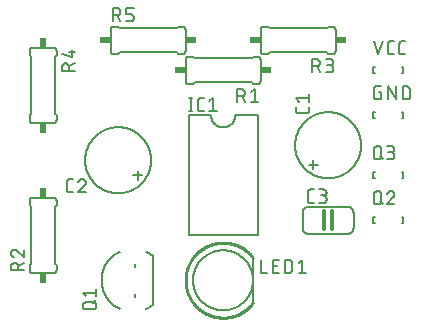
<source format=gbr>
G04 EAGLE Gerber X2 export*
%TF.Part,Single*%
%TF.FileFunction,Legend,Top,1*%
%TF.FilePolarity,Positive*%
%TF.GenerationSoftware,Autodesk,EAGLE,9.0.0*%
%TF.CreationDate,2018-07-10T22:09:29Z*%
G75*
%MOMM*%
%FSLAX34Y34*%
%LPD*%
%AMOC8*
5,1,8,0,0,1.08239X$1,22.5*%
G01*
%ADD10C,0.152400*%
%ADD11C,0.127000*%
%ADD12C,0.304800*%
%ADD13C,0.203200*%
%ADD14C,0.254000*%
%ADD15R,0.863600X0.609600*%
%ADD16R,0.609600X0.863600*%


D10*
X266700Y144780D02*
X266700Y148590D01*
X270510Y148590D01*
X266700Y148590D02*
X266700Y152400D01*
X266700Y148590D02*
X262890Y148590D01*
X251460Y165100D02*
X251468Y165786D01*
X251494Y166471D01*
X251536Y167155D01*
X251595Y167839D01*
X251670Y168520D01*
X251762Y169200D01*
X251871Y169877D01*
X251997Y170551D01*
X252139Y171222D01*
X252297Y171889D01*
X252472Y172552D01*
X252663Y173211D01*
X252870Y173864D01*
X253093Y174513D01*
X253332Y175155D01*
X253587Y175792D01*
X253857Y176422D01*
X254143Y177046D01*
X254443Y177662D01*
X254759Y178271D01*
X255090Y178872D01*
X255435Y179464D01*
X255795Y180048D01*
X256169Y180623D01*
X256557Y181188D01*
X256958Y181744D01*
X257374Y182290D01*
X257802Y182825D01*
X258244Y183350D01*
X258698Y183863D01*
X259165Y184366D01*
X259643Y184857D01*
X260134Y185335D01*
X260637Y185802D01*
X261150Y186256D01*
X261675Y186698D01*
X262210Y187126D01*
X262756Y187542D01*
X263312Y187943D01*
X263877Y188331D01*
X264452Y188705D01*
X265036Y189065D01*
X265628Y189410D01*
X266229Y189741D01*
X266838Y190057D01*
X267454Y190357D01*
X268078Y190643D01*
X268708Y190913D01*
X269345Y191168D01*
X269987Y191407D01*
X270636Y191630D01*
X271289Y191837D01*
X271948Y192028D01*
X272611Y192203D01*
X273278Y192361D01*
X273949Y192503D01*
X274623Y192629D01*
X275300Y192738D01*
X275980Y192830D01*
X276661Y192905D01*
X277345Y192964D01*
X278029Y193006D01*
X278714Y193032D01*
X279400Y193040D01*
X280086Y193032D01*
X280771Y193006D01*
X281455Y192964D01*
X282139Y192905D01*
X282820Y192830D01*
X283500Y192738D01*
X284177Y192629D01*
X284851Y192503D01*
X285522Y192361D01*
X286189Y192203D01*
X286852Y192028D01*
X287511Y191837D01*
X288164Y191630D01*
X288813Y191407D01*
X289455Y191168D01*
X290092Y190913D01*
X290722Y190643D01*
X291346Y190357D01*
X291962Y190057D01*
X292571Y189741D01*
X293172Y189410D01*
X293764Y189065D01*
X294348Y188705D01*
X294923Y188331D01*
X295488Y187943D01*
X296044Y187542D01*
X296590Y187126D01*
X297125Y186698D01*
X297650Y186256D01*
X298163Y185802D01*
X298666Y185335D01*
X299157Y184857D01*
X299635Y184366D01*
X300102Y183863D01*
X300556Y183350D01*
X300998Y182825D01*
X301426Y182290D01*
X301842Y181744D01*
X302243Y181188D01*
X302631Y180623D01*
X303005Y180048D01*
X303365Y179464D01*
X303710Y178872D01*
X304041Y178271D01*
X304357Y177662D01*
X304657Y177046D01*
X304943Y176422D01*
X305213Y175792D01*
X305468Y175155D01*
X305707Y174513D01*
X305930Y173864D01*
X306137Y173211D01*
X306328Y172552D01*
X306503Y171889D01*
X306661Y171222D01*
X306803Y170551D01*
X306929Y169877D01*
X307038Y169200D01*
X307130Y168520D01*
X307205Y167839D01*
X307264Y167155D01*
X307306Y166471D01*
X307332Y165786D01*
X307340Y165100D01*
X307332Y164414D01*
X307306Y163729D01*
X307264Y163045D01*
X307205Y162361D01*
X307130Y161680D01*
X307038Y161000D01*
X306929Y160323D01*
X306803Y159649D01*
X306661Y158978D01*
X306503Y158311D01*
X306328Y157648D01*
X306137Y156989D01*
X305930Y156336D01*
X305707Y155687D01*
X305468Y155045D01*
X305213Y154408D01*
X304943Y153778D01*
X304657Y153154D01*
X304357Y152538D01*
X304041Y151929D01*
X303710Y151328D01*
X303365Y150736D01*
X303005Y150152D01*
X302631Y149577D01*
X302243Y149012D01*
X301842Y148456D01*
X301426Y147910D01*
X300998Y147375D01*
X300556Y146850D01*
X300102Y146337D01*
X299635Y145834D01*
X299157Y145343D01*
X298666Y144865D01*
X298163Y144398D01*
X297650Y143944D01*
X297125Y143502D01*
X296590Y143074D01*
X296044Y142658D01*
X295488Y142257D01*
X294923Y141869D01*
X294348Y141495D01*
X293764Y141135D01*
X293172Y140790D01*
X292571Y140459D01*
X291962Y140143D01*
X291346Y139843D01*
X290722Y139557D01*
X290092Y139287D01*
X289455Y139032D01*
X288813Y138793D01*
X288164Y138570D01*
X287511Y138363D01*
X286852Y138172D01*
X286189Y137997D01*
X285522Y137839D01*
X284851Y137697D01*
X284177Y137571D01*
X283500Y137462D01*
X282820Y137370D01*
X282139Y137295D01*
X281455Y137236D01*
X280771Y137194D01*
X280086Y137168D01*
X279400Y137160D01*
X278714Y137168D01*
X278029Y137194D01*
X277345Y137236D01*
X276661Y137295D01*
X275980Y137370D01*
X275300Y137462D01*
X274623Y137571D01*
X273949Y137697D01*
X273278Y137839D01*
X272611Y137997D01*
X271948Y138172D01*
X271289Y138363D01*
X270636Y138570D01*
X269987Y138793D01*
X269345Y139032D01*
X268708Y139287D01*
X268078Y139557D01*
X267454Y139843D01*
X266838Y140143D01*
X266229Y140459D01*
X265628Y140790D01*
X265036Y141135D01*
X264452Y141495D01*
X263877Y141869D01*
X263312Y142257D01*
X262756Y142658D01*
X262210Y143074D01*
X261675Y143502D01*
X261150Y143944D01*
X260637Y144398D01*
X260134Y144865D01*
X259643Y145343D01*
X259165Y145834D01*
X258698Y146337D01*
X258244Y146850D01*
X257802Y147375D01*
X257374Y147910D01*
X256958Y148456D01*
X256557Y149012D01*
X256169Y149577D01*
X255795Y150152D01*
X255435Y150736D01*
X255090Y151328D01*
X254759Y151929D01*
X254443Y152538D01*
X254143Y153154D01*
X253857Y153778D01*
X253587Y154408D01*
X253332Y155045D01*
X253093Y155687D01*
X252870Y156336D01*
X252663Y156989D01*
X252472Y157648D01*
X252297Y158311D01*
X252139Y158978D01*
X251997Y159649D01*
X251871Y160323D01*
X251762Y161000D01*
X251670Y161680D01*
X251595Y162361D01*
X251536Y163045D01*
X251494Y163729D01*
X251468Y164414D01*
X251460Y165100D01*
D11*
X263525Y194945D02*
X263525Y197485D01*
X263525Y194945D02*
X263523Y194845D01*
X263517Y194746D01*
X263507Y194646D01*
X263494Y194548D01*
X263476Y194449D01*
X263455Y194352D01*
X263430Y194256D01*
X263401Y194160D01*
X263368Y194066D01*
X263332Y193973D01*
X263292Y193882D01*
X263248Y193792D01*
X263201Y193704D01*
X263151Y193618D01*
X263097Y193534D01*
X263040Y193452D01*
X262980Y193373D01*
X262916Y193295D01*
X262850Y193221D01*
X262781Y193149D01*
X262709Y193080D01*
X262635Y193014D01*
X262557Y192950D01*
X262478Y192890D01*
X262396Y192833D01*
X262312Y192779D01*
X262226Y192729D01*
X262138Y192682D01*
X262048Y192638D01*
X261957Y192598D01*
X261864Y192562D01*
X261770Y192529D01*
X261674Y192500D01*
X261578Y192475D01*
X261481Y192454D01*
X261382Y192436D01*
X261284Y192423D01*
X261184Y192413D01*
X261085Y192407D01*
X260985Y192405D01*
X254635Y192405D01*
X254535Y192407D01*
X254436Y192413D01*
X254336Y192423D01*
X254238Y192436D01*
X254139Y192454D01*
X254042Y192475D01*
X253946Y192500D01*
X253850Y192529D01*
X253756Y192562D01*
X253663Y192598D01*
X253572Y192638D01*
X253482Y192682D01*
X253394Y192729D01*
X253308Y192779D01*
X253224Y192833D01*
X253142Y192890D01*
X253063Y192950D01*
X252985Y193014D01*
X252911Y193080D01*
X252839Y193149D01*
X252770Y193221D01*
X252704Y193295D01*
X252640Y193373D01*
X252580Y193452D01*
X252523Y193534D01*
X252469Y193618D01*
X252419Y193704D01*
X252372Y193792D01*
X252328Y193882D01*
X252288Y193973D01*
X252252Y194066D01*
X252219Y194160D01*
X252190Y194256D01*
X252165Y194352D01*
X252144Y194449D01*
X252126Y194548D01*
X252113Y194646D01*
X252103Y194746D01*
X252097Y194845D01*
X252095Y194945D01*
X252095Y197485D01*
X254635Y201967D02*
X252095Y205142D01*
X263525Y205142D01*
X263525Y201967D02*
X263525Y208317D01*
D10*
X121920Y139700D02*
X118110Y139700D01*
X118110Y143510D01*
X118110Y139700D02*
X114300Y139700D01*
X118110Y139700D02*
X118110Y135890D01*
X73660Y152400D02*
X73668Y153086D01*
X73694Y153771D01*
X73736Y154455D01*
X73795Y155139D01*
X73870Y155820D01*
X73962Y156500D01*
X74071Y157177D01*
X74197Y157851D01*
X74339Y158522D01*
X74497Y159189D01*
X74672Y159852D01*
X74863Y160511D01*
X75070Y161164D01*
X75293Y161813D01*
X75532Y162455D01*
X75787Y163092D01*
X76057Y163722D01*
X76343Y164346D01*
X76643Y164962D01*
X76959Y165571D01*
X77290Y166172D01*
X77635Y166764D01*
X77995Y167348D01*
X78369Y167923D01*
X78757Y168488D01*
X79158Y169044D01*
X79574Y169590D01*
X80002Y170125D01*
X80444Y170650D01*
X80898Y171163D01*
X81365Y171666D01*
X81843Y172157D01*
X82334Y172635D01*
X82837Y173102D01*
X83350Y173556D01*
X83875Y173998D01*
X84410Y174426D01*
X84956Y174842D01*
X85512Y175243D01*
X86077Y175631D01*
X86652Y176005D01*
X87236Y176365D01*
X87828Y176710D01*
X88429Y177041D01*
X89038Y177357D01*
X89654Y177657D01*
X90278Y177943D01*
X90908Y178213D01*
X91545Y178468D01*
X92187Y178707D01*
X92836Y178930D01*
X93489Y179137D01*
X94148Y179328D01*
X94811Y179503D01*
X95478Y179661D01*
X96149Y179803D01*
X96823Y179929D01*
X97500Y180038D01*
X98180Y180130D01*
X98861Y180205D01*
X99545Y180264D01*
X100229Y180306D01*
X100914Y180332D01*
X101600Y180340D01*
X102286Y180332D01*
X102971Y180306D01*
X103655Y180264D01*
X104339Y180205D01*
X105020Y180130D01*
X105700Y180038D01*
X106377Y179929D01*
X107051Y179803D01*
X107722Y179661D01*
X108389Y179503D01*
X109052Y179328D01*
X109711Y179137D01*
X110364Y178930D01*
X111013Y178707D01*
X111655Y178468D01*
X112292Y178213D01*
X112922Y177943D01*
X113546Y177657D01*
X114162Y177357D01*
X114771Y177041D01*
X115372Y176710D01*
X115964Y176365D01*
X116548Y176005D01*
X117123Y175631D01*
X117688Y175243D01*
X118244Y174842D01*
X118790Y174426D01*
X119325Y173998D01*
X119850Y173556D01*
X120363Y173102D01*
X120866Y172635D01*
X121357Y172157D01*
X121835Y171666D01*
X122302Y171163D01*
X122756Y170650D01*
X123198Y170125D01*
X123626Y169590D01*
X124042Y169044D01*
X124443Y168488D01*
X124831Y167923D01*
X125205Y167348D01*
X125565Y166764D01*
X125910Y166172D01*
X126241Y165571D01*
X126557Y164962D01*
X126857Y164346D01*
X127143Y163722D01*
X127413Y163092D01*
X127668Y162455D01*
X127907Y161813D01*
X128130Y161164D01*
X128337Y160511D01*
X128528Y159852D01*
X128703Y159189D01*
X128861Y158522D01*
X129003Y157851D01*
X129129Y157177D01*
X129238Y156500D01*
X129330Y155820D01*
X129405Y155139D01*
X129464Y154455D01*
X129506Y153771D01*
X129532Y153086D01*
X129540Y152400D01*
X129532Y151714D01*
X129506Y151029D01*
X129464Y150345D01*
X129405Y149661D01*
X129330Y148980D01*
X129238Y148300D01*
X129129Y147623D01*
X129003Y146949D01*
X128861Y146278D01*
X128703Y145611D01*
X128528Y144948D01*
X128337Y144289D01*
X128130Y143636D01*
X127907Y142987D01*
X127668Y142345D01*
X127413Y141708D01*
X127143Y141078D01*
X126857Y140454D01*
X126557Y139838D01*
X126241Y139229D01*
X125910Y138628D01*
X125565Y138036D01*
X125205Y137452D01*
X124831Y136877D01*
X124443Y136312D01*
X124042Y135756D01*
X123626Y135210D01*
X123198Y134675D01*
X122756Y134150D01*
X122302Y133637D01*
X121835Y133134D01*
X121357Y132643D01*
X120866Y132165D01*
X120363Y131698D01*
X119850Y131244D01*
X119325Y130802D01*
X118790Y130374D01*
X118244Y129958D01*
X117688Y129557D01*
X117123Y129169D01*
X116548Y128795D01*
X115964Y128435D01*
X115372Y128090D01*
X114771Y127759D01*
X114162Y127443D01*
X113546Y127143D01*
X112922Y126857D01*
X112292Y126587D01*
X111655Y126332D01*
X111013Y126093D01*
X110364Y125870D01*
X109711Y125663D01*
X109052Y125472D01*
X108389Y125297D01*
X107722Y125139D01*
X107051Y124997D01*
X106377Y124871D01*
X105700Y124762D01*
X105020Y124670D01*
X104339Y124595D01*
X103655Y124536D01*
X102971Y124494D01*
X102286Y124468D01*
X101600Y124460D01*
X100914Y124468D01*
X100229Y124494D01*
X99545Y124536D01*
X98861Y124595D01*
X98180Y124670D01*
X97500Y124762D01*
X96823Y124871D01*
X96149Y124997D01*
X95478Y125139D01*
X94811Y125297D01*
X94148Y125472D01*
X93489Y125663D01*
X92836Y125870D01*
X92187Y126093D01*
X91545Y126332D01*
X90908Y126587D01*
X90278Y126857D01*
X89654Y127143D01*
X89038Y127443D01*
X88429Y127759D01*
X87828Y128090D01*
X87236Y128435D01*
X86652Y128795D01*
X86077Y129169D01*
X85512Y129557D01*
X84956Y129958D01*
X84410Y130374D01*
X83875Y130802D01*
X83350Y131244D01*
X82837Y131698D01*
X82334Y132165D01*
X81843Y132643D01*
X81365Y133134D01*
X80898Y133637D01*
X80444Y134150D01*
X80002Y134675D01*
X79574Y135210D01*
X79158Y135756D01*
X78757Y136312D01*
X78369Y136877D01*
X77995Y137452D01*
X77635Y138036D01*
X77290Y138628D01*
X76959Y139229D01*
X76643Y139838D01*
X76343Y140454D01*
X76057Y141078D01*
X75787Y141708D01*
X75532Y142345D01*
X75293Y142987D01*
X75070Y143636D01*
X74863Y144289D01*
X74672Y144948D01*
X74497Y145611D01*
X74339Y146278D01*
X74197Y146949D01*
X74071Y147623D01*
X73962Y148300D01*
X73870Y148980D01*
X73795Y149661D01*
X73736Y150345D01*
X73694Y151029D01*
X73668Y151714D01*
X73660Y152400D01*
D11*
X63463Y125095D02*
X60923Y125095D01*
X60823Y125097D01*
X60724Y125103D01*
X60624Y125113D01*
X60526Y125126D01*
X60427Y125144D01*
X60330Y125165D01*
X60234Y125190D01*
X60138Y125219D01*
X60044Y125252D01*
X59951Y125288D01*
X59860Y125328D01*
X59770Y125372D01*
X59682Y125419D01*
X59596Y125469D01*
X59512Y125523D01*
X59430Y125580D01*
X59351Y125640D01*
X59273Y125704D01*
X59199Y125770D01*
X59127Y125839D01*
X59058Y125911D01*
X58992Y125985D01*
X58928Y126063D01*
X58868Y126142D01*
X58811Y126224D01*
X58757Y126308D01*
X58707Y126394D01*
X58660Y126482D01*
X58616Y126572D01*
X58576Y126663D01*
X58540Y126756D01*
X58507Y126850D01*
X58478Y126946D01*
X58453Y127042D01*
X58432Y127139D01*
X58414Y127238D01*
X58401Y127336D01*
X58391Y127436D01*
X58385Y127535D01*
X58383Y127635D01*
X58383Y133985D01*
X58385Y134085D01*
X58391Y134184D01*
X58401Y134284D01*
X58414Y134382D01*
X58432Y134481D01*
X58453Y134578D01*
X58478Y134674D01*
X58507Y134770D01*
X58540Y134864D01*
X58576Y134957D01*
X58616Y135048D01*
X58660Y135138D01*
X58707Y135226D01*
X58757Y135312D01*
X58811Y135396D01*
X58868Y135478D01*
X58928Y135557D01*
X58992Y135635D01*
X59058Y135709D01*
X59127Y135781D01*
X59199Y135850D01*
X59273Y135916D01*
X59351Y135980D01*
X59430Y136040D01*
X59512Y136097D01*
X59596Y136151D01*
X59682Y136201D01*
X59770Y136248D01*
X59860Y136292D01*
X59951Y136332D01*
X60044Y136368D01*
X60138Y136401D01*
X60234Y136430D01*
X60330Y136455D01*
X60427Y136476D01*
X60526Y136494D01*
X60624Y136507D01*
X60724Y136517D01*
X60823Y136523D01*
X60923Y136525D01*
X63463Y136525D01*
X71438Y136526D02*
X71542Y136524D01*
X71647Y136518D01*
X71751Y136509D01*
X71854Y136496D01*
X71957Y136478D01*
X72059Y136458D01*
X72161Y136433D01*
X72261Y136405D01*
X72361Y136373D01*
X72459Y136337D01*
X72556Y136298D01*
X72651Y136256D01*
X72745Y136210D01*
X72837Y136160D01*
X72927Y136108D01*
X73015Y136052D01*
X73101Y135992D01*
X73185Y135930D01*
X73266Y135865D01*
X73345Y135797D01*
X73422Y135725D01*
X73495Y135652D01*
X73567Y135575D01*
X73635Y135496D01*
X73700Y135415D01*
X73762Y135331D01*
X73822Y135245D01*
X73878Y135157D01*
X73930Y135067D01*
X73980Y134975D01*
X74026Y134881D01*
X74068Y134786D01*
X74107Y134689D01*
X74143Y134591D01*
X74175Y134491D01*
X74203Y134391D01*
X74228Y134289D01*
X74248Y134187D01*
X74266Y134084D01*
X74279Y133981D01*
X74288Y133877D01*
X74294Y133772D01*
X74296Y133668D01*
X71438Y136525D02*
X71320Y136523D01*
X71201Y136517D01*
X71083Y136508D01*
X70966Y136495D01*
X70849Y136477D01*
X70732Y136457D01*
X70616Y136432D01*
X70501Y136404D01*
X70388Y136371D01*
X70275Y136336D01*
X70163Y136296D01*
X70053Y136254D01*
X69944Y136207D01*
X69836Y136157D01*
X69731Y136104D01*
X69627Y136047D01*
X69525Y135987D01*
X69425Y135924D01*
X69327Y135857D01*
X69231Y135788D01*
X69138Y135715D01*
X69047Y135639D01*
X68958Y135561D01*
X68872Y135479D01*
X68789Y135395D01*
X68708Y135309D01*
X68631Y135219D01*
X68556Y135128D01*
X68484Y135034D01*
X68415Y134937D01*
X68350Y134839D01*
X68287Y134738D01*
X68228Y134635D01*
X68172Y134531D01*
X68120Y134425D01*
X68071Y134317D01*
X68026Y134208D01*
X67984Y134097D01*
X67946Y133985D01*
X73343Y131446D02*
X73419Y131521D01*
X73494Y131600D01*
X73565Y131681D01*
X73634Y131765D01*
X73699Y131851D01*
X73761Y131939D01*
X73821Y132029D01*
X73877Y132121D01*
X73930Y132216D01*
X73979Y132312D01*
X74025Y132410D01*
X74068Y132509D01*
X74107Y132610D01*
X74142Y132712D01*
X74174Y132815D01*
X74202Y132919D01*
X74227Y133024D01*
X74248Y133131D01*
X74265Y133237D01*
X74278Y133344D01*
X74287Y133452D01*
X74293Y133560D01*
X74295Y133668D01*
X73343Y131445D02*
X67945Y125095D01*
X74295Y125095D01*
D10*
X257810Y107950D02*
X257810Y95250D01*
X257810Y107950D02*
X257812Y108090D01*
X257818Y108230D01*
X257827Y108370D01*
X257841Y108509D01*
X257858Y108648D01*
X257879Y108786D01*
X257904Y108924D01*
X257933Y109061D01*
X257965Y109197D01*
X258002Y109332D01*
X258042Y109466D01*
X258085Y109599D01*
X258133Y109731D01*
X258183Y109862D01*
X258238Y109991D01*
X258296Y110118D01*
X258357Y110244D01*
X258422Y110368D01*
X258491Y110490D01*
X258562Y110610D01*
X258637Y110728D01*
X258715Y110845D01*
X258797Y110959D01*
X258881Y111070D01*
X258969Y111179D01*
X259059Y111286D01*
X259153Y111391D01*
X259249Y111492D01*
X259348Y111591D01*
X259449Y111687D01*
X259554Y111781D01*
X259661Y111871D01*
X259770Y111959D01*
X259881Y112043D01*
X259995Y112125D01*
X260112Y112203D01*
X260230Y112278D01*
X260350Y112349D01*
X260472Y112418D01*
X260596Y112483D01*
X260722Y112544D01*
X260849Y112602D01*
X260978Y112657D01*
X261109Y112707D01*
X261241Y112755D01*
X261374Y112798D01*
X261508Y112838D01*
X261643Y112875D01*
X261779Y112907D01*
X261916Y112936D01*
X262054Y112961D01*
X262192Y112982D01*
X262331Y112999D01*
X262470Y113013D01*
X262610Y113022D01*
X262750Y113028D01*
X262890Y113030D01*
X257810Y95250D02*
X257812Y95110D01*
X257818Y94970D01*
X257827Y94830D01*
X257841Y94691D01*
X257858Y94552D01*
X257879Y94414D01*
X257904Y94276D01*
X257933Y94139D01*
X257965Y94003D01*
X258002Y93868D01*
X258042Y93734D01*
X258085Y93601D01*
X258133Y93469D01*
X258183Y93338D01*
X258238Y93209D01*
X258296Y93082D01*
X258357Y92956D01*
X258422Y92832D01*
X258491Y92710D01*
X258562Y92590D01*
X258637Y92472D01*
X258715Y92355D01*
X258797Y92241D01*
X258881Y92130D01*
X258969Y92021D01*
X259059Y91914D01*
X259153Y91809D01*
X259249Y91708D01*
X259348Y91609D01*
X259449Y91513D01*
X259554Y91419D01*
X259661Y91329D01*
X259770Y91241D01*
X259881Y91157D01*
X259995Y91075D01*
X260112Y90997D01*
X260230Y90922D01*
X260350Y90851D01*
X260472Y90782D01*
X260596Y90717D01*
X260722Y90656D01*
X260849Y90598D01*
X260978Y90543D01*
X261109Y90493D01*
X261241Y90445D01*
X261374Y90402D01*
X261508Y90362D01*
X261643Y90325D01*
X261779Y90293D01*
X261916Y90264D01*
X262054Y90239D01*
X262192Y90218D01*
X262331Y90201D01*
X262470Y90187D01*
X262610Y90178D01*
X262750Y90172D01*
X262890Y90170D01*
X262890Y113030D02*
X295910Y113030D01*
X300990Y107950D02*
X300990Y95250D01*
X295910Y90170D02*
X262890Y90170D01*
X295910Y113030D02*
X296050Y113028D01*
X296190Y113022D01*
X296330Y113013D01*
X296469Y112999D01*
X296608Y112982D01*
X296746Y112961D01*
X296884Y112936D01*
X297021Y112907D01*
X297157Y112875D01*
X297292Y112838D01*
X297426Y112798D01*
X297559Y112755D01*
X297691Y112707D01*
X297822Y112657D01*
X297951Y112602D01*
X298078Y112544D01*
X298204Y112483D01*
X298328Y112418D01*
X298450Y112349D01*
X298570Y112278D01*
X298688Y112203D01*
X298805Y112125D01*
X298919Y112043D01*
X299030Y111959D01*
X299139Y111871D01*
X299246Y111781D01*
X299351Y111687D01*
X299452Y111591D01*
X299551Y111492D01*
X299647Y111391D01*
X299741Y111286D01*
X299831Y111179D01*
X299919Y111070D01*
X300003Y110959D01*
X300085Y110845D01*
X300163Y110728D01*
X300238Y110610D01*
X300309Y110490D01*
X300378Y110368D01*
X300443Y110244D01*
X300504Y110118D01*
X300562Y109991D01*
X300617Y109862D01*
X300667Y109731D01*
X300715Y109599D01*
X300758Y109466D01*
X300798Y109332D01*
X300835Y109197D01*
X300867Y109061D01*
X300896Y108924D01*
X300921Y108786D01*
X300942Y108648D01*
X300959Y108509D01*
X300973Y108370D01*
X300982Y108230D01*
X300988Y108090D01*
X300990Y107950D01*
X300990Y95250D02*
X300988Y95110D01*
X300982Y94970D01*
X300973Y94830D01*
X300959Y94691D01*
X300942Y94552D01*
X300921Y94414D01*
X300896Y94276D01*
X300867Y94139D01*
X300835Y94003D01*
X300798Y93868D01*
X300758Y93734D01*
X300715Y93601D01*
X300667Y93469D01*
X300617Y93338D01*
X300562Y93209D01*
X300504Y93082D01*
X300443Y92956D01*
X300378Y92832D01*
X300309Y92710D01*
X300238Y92590D01*
X300163Y92472D01*
X300085Y92355D01*
X300003Y92241D01*
X299919Y92130D01*
X299831Y92021D01*
X299741Y91914D01*
X299647Y91809D01*
X299551Y91708D01*
X299452Y91609D01*
X299351Y91513D01*
X299246Y91419D01*
X299139Y91329D01*
X299030Y91241D01*
X298919Y91157D01*
X298805Y91075D01*
X298688Y90997D01*
X298570Y90922D01*
X298450Y90851D01*
X298328Y90782D01*
X298204Y90717D01*
X298078Y90656D01*
X297951Y90598D01*
X297822Y90543D01*
X297691Y90493D01*
X297559Y90445D01*
X297426Y90402D01*
X297292Y90362D01*
X297157Y90325D01*
X297021Y90293D01*
X296884Y90264D01*
X296746Y90239D01*
X296608Y90218D01*
X296469Y90201D01*
X296330Y90187D01*
X296190Y90178D01*
X296050Y90172D01*
X295910Y90170D01*
D12*
X276352Y93980D02*
X276352Y109220D01*
X282702Y109220D02*
X282702Y93980D01*
D11*
X267335Y116205D02*
X264795Y116205D01*
X264695Y116207D01*
X264596Y116213D01*
X264496Y116223D01*
X264398Y116236D01*
X264299Y116254D01*
X264202Y116275D01*
X264106Y116300D01*
X264010Y116329D01*
X263916Y116362D01*
X263823Y116398D01*
X263732Y116438D01*
X263642Y116482D01*
X263554Y116529D01*
X263468Y116579D01*
X263384Y116633D01*
X263302Y116690D01*
X263223Y116750D01*
X263145Y116814D01*
X263071Y116880D01*
X262999Y116949D01*
X262930Y117021D01*
X262864Y117095D01*
X262800Y117173D01*
X262740Y117252D01*
X262683Y117334D01*
X262629Y117418D01*
X262579Y117504D01*
X262532Y117592D01*
X262488Y117682D01*
X262448Y117773D01*
X262412Y117866D01*
X262379Y117960D01*
X262350Y118056D01*
X262325Y118152D01*
X262304Y118249D01*
X262286Y118348D01*
X262273Y118446D01*
X262263Y118546D01*
X262257Y118645D01*
X262255Y118745D01*
X262255Y125095D01*
X262257Y125195D01*
X262263Y125294D01*
X262273Y125394D01*
X262286Y125492D01*
X262304Y125591D01*
X262325Y125688D01*
X262350Y125784D01*
X262379Y125880D01*
X262412Y125974D01*
X262448Y126067D01*
X262488Y126158D01*
X262532Y126248D01*
X262579Y126336D01*
X262629Y126422D01*
X262683Y126506D01*
X262740Y126588D01*
X262800Y126667D01*
X262864Y126745D01*
X262930Y126819D01*
X262999Y126891D01*
X263071Y126960D01*
X263145Y127026D01*
X263223Y127090D01*
X263302Y127150D01*
X263384Y127207D01*
X263468Y127261D01*
X263554Y127311D01*
X263642Y127358D01*
X263732Y127402D01*
X263823Y127442D01*
X263916Y127478D01*
X264010Y127511D01*
X264106Y127540D01*
X264202Y127565D01*
X264299Y127586D01*
X264398Y127604D01*
X264496Y127617D01*
X264596Y127627D01*
X264695Y127633D01*
X264795Y127635D01*
X267335Y127635D01*
X271817Y116205D02*
X274992Y116205D01*
X275103Y116207D01*
X275213Y116213D01*
X275324Y116222D01*
X275434Y116236D01*
X275543Y116253D01*
X275652Y116274D01*
X275760Y116299D01*
X275867Y116328D01*
X275973Y116360D01*
X276078Y116396D01*
X276181Y116436D01*
X276283Y116479D01*
X276384Y116526D01*
X276483Y116577D01*
X276580Y116630D01*
X276674Y116687D01*
X276767Y116748D01*
X276858Y116811D01*
X276947Y116878D01*
X277033Y116948D01*
X277116Y117021D01*
X277198Y117096D01*
X277276Y117174D01*
X277351Y117256D01*
X277424Y117339D01*
X277494Y117425D01*
X277561Y117514D01*
X277624Y117605D01*
X277685Y117698D01*
X277742Y117792D01*
X277795Y117889D01*
X277846Y117988D01*
X277893Y118089D01*
X277936Y118191D01*
X277976Y118294D01*
X278012Y118399D01*
X278044Y118505D01*
X278073Y118612D01*
X278098Y118720D01*
X278119Y118829D01*
X278136Y118938D01*
X278150Y119048D01*
X278159Y119159D01*
X278165Y119269D01*
X278167Y119380D01*
X278165Y119491D01*
X278159Y119601D01*
X278150Y119712D01*
X278136Y119822D01*
X278119Y119931D01*
X278098Y120040D01*
X278073Y120148D01*
X278044Y120255D01*
X278012Y120361D01*
X277976Y120466D01*
X277936Y120569D01*
X277893Y120671D01*
X277846Y120772D01*
X277795Y120871D01*
X277742Y120967D01*
X277685Y121062D01*
X277624Y121155D01*
X277561Y121246D01*
X277494Y121335D01*
X277424Y121421D01*
X277351Y121504D01*
X277276Y121586D01*
X277198Y121664D01*
X277116Y121739D01*
X277033Y121812D01*
X276947Y121882D01*
X276858Y121949D01*
X276767Y122012D01*
X276674Y122073D01*
X276580Y122130D01*
X276483Y122183D01*
X276384Y122234D01*
X276283Y122281D01*
X276181Y122324D01*
X276078Y122364D01*
X275973Y122400D01*
X275867Y122432D01*
X275760Y122461D01*
X275652Y122486D01*
X275543Y122507D01*
X275434Y122524D01*
X275324Y122538D01*
X275213Y122547D01*
X275103Y122553D01*
X274992Y122555D01*
X275627Y127635D02*
X271817Y127635D01*
X275627Y127635D02*
X275727Y127633D01*
X275826Y127627D01*
X275926Y127617D01*
X276024Y127604D01*
X276123Y127586D01*
X276220Y127565D01*
X276316Y127540D01*
X276412Y127511D01*
X276506Y127478D01*
X276599Y127442D01*
X276690Y127402D01*
X276780Y127358D01*
X276868Y127311D01*
X276954Y127261D01*
X277038Y127207D01*
X277120Y127150D01*
X277199Y127090D01*
X277277Y127026D01*
X277351Y126960D01*
X277423Y126891D01*
X277492Y126819D01*
X277558Y126745D01*
X277622Y126667D01*
X277682Y126588D01*
X277739Y126506D01*
X277793Y126422D01*
X277843Y126336D01*
X277890Y126248D01*
X277934Y126158D01*
X277974Y126067D01*
X278010Y125974D01*
X278043Y125880D01*
X278072Y125784D01*
X278097Y125688D01*
X278118Y125591D01*
X278136Y125492D01*
X278149Y125394D01*
X278159Y125294D01*
X278165Y125195D01*
X278167Y125095D01*
X278165Y124995D01*
X278159Y124896D01*
X278149Y124796D01*
X278136Y124698D01*
X278118Y124599D01*
X278097Y124502D01*
X278072Y124406D01*
X278043Y124310D01*
X278010Y124216D01*
X277974Y124123D01*
X277934Y124032D01*
X277890Y123942D01*
X277843Y123854D01*
X277793Y123768D01*
X277739Y123684D01*
X277682Y123602D01*
X277622Y123523D01*
X277558Y123445D01*
X277492Y123371D01*
X277423Y123299D01*
X277351Y123230D01*
X277277Y123164D01*
X277199Y123100D01*
X277120Y123040D01*
X277038Y122983D01*
X276954Y122929D01*
X276868Y122879D01*
X276780Y122832D01*
X276690Y122788D01*
X276599Y122748D01*
X276506Y122712D01*
X276412Y122679D01*
X276316Y122650D01*
X276220Y122625D01*
X276123Y122604D01*
X276024Y122586D01*
X275926Y122573D01*
X275826Y122563D01*
X275727Y122557D01*
X275627Y122555D01*
X273087Y122555D01*
D10*
X219710Y88900D02*
X219710Y190500D01*
X161290Y190500D02*
X161290Y88900D01*
X219710Y88900D01*
X219710Y190500D02*
X200660Y190500D01*
X180340Y190500D02*
X161290Y190500D01*
X180340Y190500D02*
X180343Y190253D01*
X180352Y190005D01*
X180367Y189758D01*
X180388Y189512D01*
X180415Y189266D01*
X180448Y189021D01*
X180487Y188776D01*
X180532Y188533D01*
X180583Y188291D01*
X180640Y188050D01*
X180702Y187811D01*
X180771Y187573D01*
X180845Y187337D01*
X180925Y187103D01*
X181010Y186871D01*
X181102Y186641D01*
X181198Y186413D01*
X181301Y186188D01*
X181408Y185965D01*
X181522Y185745D01*
X181640Y185528D01*
X181764Y185313D01*
X181893Y185102D01*
X182027Y184894D01*
X182166Y184689D01*
X182310Y184488D01*
X182458Y184290D01*
X182612Y184096D01*
X182770Y183906D01*
X182933Y183720D01*
X183100Y183538D01*
X183272Y183360D01*
X183448Y183186D01*
X183628Y183016D01*
X183813Y182851D01*
X184001Y182691D01*
X184193Y182535D01*
X184389Y182383D01*
X184588Y182237D01*
X184791Y182095D01*
X184998Y181959D01*
X185207Y181827D01*
X185420Y181701D01*
X185636Y181580D01*
X185854Y181464D01*
X186076Y181354D01*
X186300Y181249D01*
X186526Y181149D01*
X186755Y181055D01*
X186986Y180967D01*
X187220Y180884D01*
X187455Y180807D01*
X187692Y180736D01*
X187930Y180670D01*
X188170Y180611D01*
X188412Y180557D01*
X188655Y180509D01*
X188898Y180467D01*
X189143Y180431D01*
X189389Y180401D01*
X189635Y180377D01*
X189882Y180359D01*
X190129Y180347D01*
X190376Y180341D01*
X190624Y180341D01*
X190871Y180347D01*
X191118Y180359D01*
X191365Y180377D01*
X191611Y180401D01*
X191857Y180431D01*
X192102Y180467D01*
X192345Y180509D01*
X192588Y180557D01*
X192830Y180611D01*
X193070Y180670D01*
X193308Y180736D01*
X193545Y180807D01*
X193780Y180884D01*
X194014Y180967D01*
X194245Y181055D01*
X194474Y181149D01*
X194700Y181249D01*
X194924Y181354D01*
X195146Y181464D01*
X195364Y181580D01*
X195580Y181701D01*
X195793Y181827D01*
X196002Y181959D01*
X196209Y182095D01*
X196412Y182237D01*
X196611Y182383D01*
X196807Y182535D01*
X196999Y182691D01*
X197187Y182851D01*
X197372Y183016D01*
X197552Y183186D01*
X197728Y183360D01*
X197900Y183538D01*
X198067Y183720D01*
X198230Y183906D01*
X198388Y184096D01*
X198542Y184290D01*
X198690Y184488D01*
X198834Y184689D01*
X198973Y184894D01*
X199107Y185102D01*
X199236Y185313D01*
X199360Y185528D01*
X199478Y185745D01*
X199592Y185965D01*
X199699Y186188D01*
X199802Y186413D01*
X199898Y186641D01*
X199990Y186871D01*
X200075Y187103D01*
X200155Y187337D01*
X200229Y187573D01*
X200298Y187811D01*
X200360Y188050D01*
X200417Y188291D01*
X200468Y188533D01*
X200513Y188776D01*
X200552Y189021D01*
X200585Y189266D01*
X200612Y189512D01*
X200633Y189758D01*
X200648Y190005D01*
X200657Y190253D01*
X200660Y190500D01*
D11*
X163195Y193675D02*
X163195Y205105D01*
X161925Y193675D02*
X164465Y193675D01*
X164465Y205105D02*
X161925Y205105D01*
X171667Y193675D02*
X174207Y193675D01*
X171667Y193675D02*
X171567Y193677D01*
X171468Y193683D01*
X171368Y193693D01*
X171270Y193706D01*
X171171Y193724D01*
X171074Y193745D01*
X170978Y193770D01*
X170882Y193799D01*
X170788Y193832D01*
X170695Y193868D01*
X170604Y193908D01*
X170514Y193952D01*
X170426Y193999D01*
X170340Y194049D01*
X170256Y194103D01*
X170174Y194160D01*
X170095Y194220D01*
X170017Y194284D01*
X169943Y194350D01*
X169871Y194419D01*
X169802Y194491D01*
X169736Y194565D01*
X169672Y194643D01*
X169612Y194722D01*
X169555Y194804D01*
X169501Y194888D01*
X169451Y194974D01*
X169404Y195062D01*
X169360Y195152D01*
X169320Y195243D01*
X169284Y195336D01*
X169251Y195430D01*
X169222Y195526D01*
X169197Y195622D01*
X169176Y195719D01*
X169158Y195818D01*
X169145Y195916D01*
X169135Y196016D01*
X169129Y196115D01*
X169127Y196215D01*
X169127Y202565D01*
X169129Y202665D01*
X169135Y202764D01*
X169145Y202864D01*
X169158Y202962D01*
X169176Y203061D01*
X169197Y203158D01*
X169222Y203254D01*
X169251Y203350D01*
X169284Y203444D01*
X169320Y203537D01*
X169360Y203628D01*
X169404Y203718D01*
X169451Y203806D01*
X169501Y203892D01*
X169555Y203976D01*
X169612Y204058D01*
X169672Y204137D01*
X169736Y204215D01*
X169802Y204289D01*
X169871Y204361D01*
X169943Y204430D01*
X170017Y204496D01*
X170095Y204560D01*
X170174Y204620D01*
X170256Y204677D01*
X170340Y204731D01*
X170426Y204781D01*
X170514Y204828D01*
X170604Y204872D01*
X170695Y204912D01*
X170788Y204948D01*
X170882Y204981D01*
X170978Y205010D01*
X171074Y205035D01*
X171171Y205056D01*
X171270Y205074D01*
X171368Y205087D01*
X171468Y205097D01*
X171567Y205103D01*
X171667Y205105D01*
X174207Y205105D01*
X178689Y202565D02*
X181864Y205105D01*
X181864Y193675D01*
X178689Y193675D02*
X185039Y193675D01*
D13*
X215900Y69850D02*
X215900Y31750D01*
D14*
X215426Y31134D01*
X214937Y30529D01*
X214433Y29937D01*
X213915Y29357D01*
X213383Y28790D01*
X212837Y28236D01*
X212278Y27696D01*
X211705Y27170D01*
X211120Y26657D01*
X210523Y26160D01*
X209914Y25677D01*
X209293Y25209D01*
X208660Y24756D01*
X208017Y24319D01*
X207363Y23898D01*
X206699Y23494D01*
X206026Y23105D01*
X205343Y22733D01*
X204651Y22378D01*
X203951Y22040D01*
X203243Y21719D01*
X202527Y21416D01*
X201803Y21130D01*
X201074Y20862D01*
X200337Y20612D01*
X199595Y20381D01*
X198847Y20167D01*
X198095Y19972D01*
X197337Y19795D01*
X196576Y19637D01*
X195811Y19497D01*
X195043Y19377D01*
X194272Y19275D01*
X193499Y19192D01*
X192724Y19128D01*
X191948Y19083D01*
X191171Y19057D01*
X190393Y19050D01*
X189616Y19062D01*
X188839Y19093D01*
X188063Y19144D01*
X187288Y19213D01*
X186516Y19301D01*
X185746Y19408D01*
X184978Y19534D01*
X184214Y19678D01*
X183454Y19842D01*
X182698Y20024D01*
X181947Y20224D01*
X181200Y20442D01*
X180460Y20679D01*
X179725Y20934D01*
X178997Y21207D01*
X178276Y21498D01*
X177562Y21806D01*
X176856Y22131D01*
X176158Y22474D01*
X175468Y22834D01*
X174788Y23210D01*
X174117Y23603D01*
X173456Y24013D01*
X172805Y24438D01*
X172165Y24879D01*
X171536Y25336D01*
X170918Y25808D01*
X170312Y26295D01*
X169718Y26797D01*
X169136Y27313D01*
X168567Y27843D01*
X168012Y28387D01*
X167469Y28945D01*
X166941Y29515D01*
X166427Y30098D01*
X165927Y30694D01*
X165442Y31302D01*
X164972Y31921D01*
X164518Y32552D01*
X164079Y33194D01*
X163655Y33846D01*
X163248Y34509D01*
X162857Y35181D01*
X162483Y35863D01*
X162126Y36553D01*
X161786Y37252D01*
X161462Y37960D01*
X161157Y38674D01*
X160868Y39397D01*
X160598Y40126D01*
X160346Y40861D01*
X160111Y41603D01*
X159895Y42350D01*
X159697Y43102D01*
X159518Y43858D01*
X159357Y44619D01*
X159215Y45383D01*
X159092Y46151D01*
X158988Y46922D01*
X158902Y47695D01*
X158836Y48469D01*
X158788Y49245D01*
X158760Y50022D01*
X158750Y50800D01*
X158760Y51578D01*
X158788Y52355D01*
X158836Y53131D01*
X158902Y53905D01*
X158988Y54678D01*
X159092Y55449D01*
X159215Y56217D01*
X159357Y56981D01*
X159518Y57742D01*
X159697Y58498D01*
X159895Y59250D01*
X160111Y59997D01*
X160346Y60739D01*
X160598Y61474D01*
X160868Y62203D01*
X161157Y62926D01*
X161462Y63640D01*
X161786Y64348D01*
X162126Y65047D01*
X162483Y65737D01*
X162857Y66419D01*
X163248Y67091D01*
X163655Y67754D01*
X164079Y68406D01*
X164518Y69048D01*
X164972Y69679D01*
X165442Y70298D01*
X165927Y70906D01*
X166427Y71502D01*
X166941Y72085D01*
X167469Y72655D01*
X168012Y73213D01*
X168567Y73757D01*
X169136Y74287D01*
X169718Y74803D01*
X170312Y75305D01*
X170918Y75792D01*
X171536Y76264D01*
X172165Y76721D01*
X172805Y77162D01*
X173456Y77587D01*
X174117Y77997D01*
X174788Y78390D01*
X175468Y78766D01*
X176158Y79126D01*
X176856Y79469D01*
X177562Y79794D01*
X178276Y80102D01*
X178997Y80393D01*
X179725Y80666D01*
X180460Y80921D01*
X181200Y81158D01*
X181947Y81376D01*
X182698Y81576D01*
X183454Y81758D01*
X184214Y81922D01*
X184978Y82066D01*
X185746Y82192D01*
X186516Y82299D01*
X187288Y82387D01*
X188063Y82456D01*
X188839Y82507D01*
X189616Y82538D01*
X190393Y82550D01*
X191171Y82543D01*
X191948Y82517D01*
X192724Y82472D01*
X193499Y82408D01*
X194272Y82325D01*
X195043Y82223D01*
X195811Y82103D01*
X196576Y81963D01*
X197337Y81805D01*
X198095Y81628D01*
X198847Y81433D01*
X199595Y81219D01*
X200337Y80988D01*
X201074Y80738D01*
X201803Y80470D01*
X202527Y80184D01*
X203243Y79881D01*
X203951Y79560D01*
X204651Y79222D01*
X205343Y78867D01*
X206026Y78495D01*
X206699Y78106D01*
X207363Y77702D01*
X208017Y77281D01*
X208660Y76844D01*
X209293Y76391D01*
X209914Y75923D01*
X210523Y75440D01*
X211120Y74943D01*
X211705Y74430D01*
X212278Y73904D01*
X212837Y73364D01*
X213383Y72810D01*
X213915Y72243D01*
X214433Y71663D01*
X214937Y71071D01*
X215426Y70466D01*
X215900Y69850D01*
D10*
X165100Y50800D02*
X165108Y51423D01*
X165131Y52046D01*
X165169Y52669D01*
X165222Y53290D01*
X165291Y53909D01*
X165375Y54527D01*
X165474Y55142D01*
X165588Y55755D01*
X165717Y56365D01*
X165861Y56972D01*
X166020Y57575D01*
X166194Y58173D01*
X166382Y58768D01*
X166585Y59357D01*
X166802Y59941D01*
X167033Y60520D01*
X167279Y61093D01*
X167539Y61660D01*
X167812Y62220D01*
X168099Y62773D01*
X168400Y63320D01*
X168714Y63858D01*
X169041Y64389D01*
X169381Y64911D01*
X169733Y65426D01*
X170099Y65931D01*
X170476Y66427D01*
X170866Y66914D01*
X171267Y67391D01*
X171680Y67858D01*
X172104Y68314D01*
X172539Y68761D01*
X172986Y69196D01*
X173442Y69620D01*
X173909Y70033D01*
X174386Y70434D01*
X174873Y70824D01*
X175369Y71201D01*
X175874Y71567D01*
X176389Y71919D01*
X176911Y72259D01*
X177442Y72586D01*
X177980Y72900D01*
X178527Y73201D01*
X179080Y73488D01*
X179640Y73761D01*
X180207Y74021D01*
X180780Y74267D01*
X181359Y74498D01*
X181943Y74715D01*
X182532Y74918D01*
X183127Y75106D01*
X183725Y75280D01*
X184328Y75439D01*
X184935Y75583D01*
X185545Y75712D01*
X186158Y75826D01*
X186773Y75925D01*
X187391Y76009D01*
X188010Y76078D01*
X188631Y76131D01*
X189254Y76169D01*
X189877Y76192D01*
X190500Y76200D01*
X191123Y76192D01*
X191746Y76169D01*
X192369Y76131D01*
X192990Y76078D01*
X193609Y76009D01*
X194227Y75925D01*
X194842Y75826D01*
X195455Y75712D01*
X196065Y75583D01*
X196672Y75439D01*
X197275Y75280D01*
X197873Y75106D01*
X198468Y74918D01*
X199057Y74715D01*
X199641Y74498D01*
X200220Y74267D01*
X200793Y74021D01*
X201360Y73761D01*
X201920Y73488D01*
X202473Y73201D01*
X203020Y72900D01*
X203558Y72586D01*
X204089Y72259D01*
X204611Y71919D01*
X205126Y71567D01*
X205631Y71201D01*
X206127Y70824D01*
X206614Y70434D01*
X207091Y70033D01*
X207558Y69620D01*
X208014Y69196D01*
X208461Y68761D01*
X208896Y68314D01*
X209320Y67858D01*
X209733Y67391D01*
X210134Y66914D01*
X210524Y66427D01*
X210901Y65931D01*
X211267Y65426D01*
X211619Y64911D01*
X211959Y64389D01*
X212286Y63858D01*
X212600Y63320D01*
X212901Y62773D01*
X213188Y62220D01*
X213461Y61660D01*
X213721Y61093D01*
X213967Y60520D01*
X214198Y59941D01*
X214415Y59357D01*
X214618Y58768D01*
X214806Y58173D01*
X214980Y57575D01*
X215139Y56972D01*
X215283Y56365D01*
X215412Y55755D01*
X215526Y55142D01*
X215625Y54527D01*
X215709Y53909D01*
X215778Y53290D01*
X215831Y52669D01*
X215869Y52046D01*
X215892Y51423D01*
X215900Y50800D01*
X215892Y50177D01*
X215869Y49554D01*
X215831Y48931D01*
X215778Y48310D01*
X215709Y47691D01*
X215625Y47073D01*
X215526Y46458D01*
X215412Y45845D01*
X215283Y45235D01*
X215139Y44628D01*
X214980Y44025D01*
X214806Y43427D01*
X214618Y42832D01*
X214415Y42243D01*
X214198Y41659D01*
X213967Y41080D01*
X213721Y40507D01*
X213461Y39940D01*
X213188Y39380D01*
X212901Y38827D01*
X212600Y38280D01*
X212286Y37742D01*
X211959Y37211D01*
X211619Y36689D01*
X211267Y36174D01*
X210901Y35669D01*
X210524Y35173D01*
X210134Y34686D01*
X209733Y34209D01*
X209320Y33742D01*
X208896Y33286D01*
X208461Y32839D01*
X208014Y32404D01*
X207558Y31980D01*
X207091Y31567D01*
X206614Y31166D01*
X206127Y30776D01*
X205631Y30399D01*
X205126Y30033D01*
X204611Y29681D01*
X204089Y29341D01*
X203558Y29014D01*
X203020Y28700D01*
X202473Y28399D01*
X201920Y28112D01*
X201360Y27839D01*
X200793Y27579D01*
X200220Y27333D01*
X199641Y27102D01*
X199057Y26885D01*
X198468Y26682D01*
X197873Y26494D01*
X197275Y26320D01*
X196672Y26161D01*
X196065Y26017D01*
X195455Y25888D01*
X194842Y25774D01*
X194227Y25675D01*
X193609Y25591D01*
X192990Y25522D01*
X192369Y25469D01*
X191746Y25431D01*
X191123Y25408D01*
X190500Y25400D01*
X189877Y25408D01*
X189254Y25431D01*
X188631Y25469D01*
X188010Y25522D01*
X187391Y25591D01*
X186773Y25675D01*
X186158Y25774D01*
X185545Y25888D01*
X184935Y26017D01*
X184328Y26161D01*
X183725Y26320D01*
X183127Y26494D01*
X182532Y26682D01*
X181943Y26885D01*
X181359Y27102D01*
X180780Y27333D01*
X180207Y27579D01*
X179640Y27839D01*
X179080Y28112D01*
X178527Y28399D01*
X177980Y28700D01*
X177442Y29014D01*
X176911Y29341D01*
X176389Y29681D01*
X175874Y30033D01*
X175369Y30399D01*
X174873Y30776D01*
X174386Y31166D01*
X173909Y31567D01*
X173442Y31980D01*
X172986Y32404D01*
X172539Y32839D01*
X172104Y33286D01*
X171680Y33742D01*
X171267Y34209D01*
X170866Y34686D01*
X170476Y35173D01*
X170099Y35669D01*
X169733Y36174D01*
X169381Y36689D01*
X169041Y37211D01*
X168714Y37742D01*
X168400Y38280D01*
X168099Y38827D01*
X167812Y39380D01*
X167539Y39940D01*
X167279Y40507D01*
X167033Y41080D01*
X166802Y41659D01*
X166585Y42243D01*
X166382Y42832D01*
X166194Y43427D01*
X166020Y44025D01*
X165861Y44628D01*
X165717Y45235D01*
X165588Y45845D01*
X165474Y46458D01*
X165375Y47073D01*
X165291Y47691D01*
X165222Y48310D01*
X165169Y48931D01*
X165131Y49554D01*
X165108Y50177D01*
X165100Y50800D01*
D11*
X222885Y56769D02*
X222885Y68199D01*
X222885Y56769D02*
X227965Y56769D01*
X232791Y56769D02*
X237871Y56769D01*
X232791Y56769D02*
X232791Y68199D01*
X237871Y68199D01*
X236601Y63119D02*
X232791Y63119D01*
X242672Y68199D02*
X242672Y56769D01*
X242672Y68199D02*
X245847Y68199D01*
X245958Y68197D01*
X246068Y68191D01*
X246179Y68182D01*
X246289Y68168D01*
X246398Y68151D01*
X246507Y68130D01*
X246615Y68105D01*
X246722Y68076D01*
X246828Y68044D01*
X246933Y68008D01*
X247036Y67968D01*
X247138Y67925D01*
X247239Y67878D01*
X247338Y67827D01*
X247435Y67774D01*
X247529Y67717D01*
X247622Y67656D01*
X247713Y67593D01*
X247802Y67526D01*
X247888Y67456D01*
X247971Y67383D01*
X248053Y67308D01*
X248131Y67230D01*
X248206Y67148D01*
X248279Y67065D01*
X248349Y66979D01*
X248416Y66890D01*
X248479Y66799D01*
X248540Y66706D01*
X248597Y66612D01*
X248650Y66515D01*
X248701Y66416D01*
X248748Y66315D01*
X248791Y66213D01*
X248831Y66110D01*
X248867Y66005D01*
X248899Y65899D01*
X248928Y65792D01*
X248953Y65684D01*
X248974Y65575D01*
X248991Y65466D01*
X249005Y65356D01*
X249014Y65245D01*
X249020Y65135D01*
X249022Y65024D01*
X249022Y59944D01*
X249020Y59833D01*
X249014Y59723D01*
X249005Y59612D01*
X248991Y59502D01*
X248974Y59393D01*
X248953Y59284D01*
X248928Y59176D01*
X248899Y59069D01*
X248867Y58963D01*
X248831Y58858D01*
X248791Y58755D01*
X248748Y58653D01*
X248701Y58552D01*
X248650Y58453D01*
X248597Y58356D01*
X248540Y58262D01*
X248479Y58169D01*
X248416Y58078D01*
X248349Y57989D01*
X248279Y57903D01*
X248206Y57820D01*
X248131Y57738D01*
X248053Y57660D01*
X247971Y57585D01*
X247888Y57512D01*
X247802Y57442D01*
X247713Y57375D01*
X247622Y57312D01*
X247529Y57251D01*
X247434Y57194D01*
X247338Y57141D01*
X247239Y57090D01*
X247138Y57043D01*
X247036Y57000D01*
X246933Y56960D01*
X246828Y56924D01*
X246722Y56892D01*
X246615Y56863D01*
X246507Y56838D01*
X246398Y56817D01*
X246289Y56800D01*
X246179Y56786D01*
X246068Y56777D01*
X245958Y56771D01*
X245847Y56769D01*
X242672Y56769D01*
X254483Y65659D02*
X257658Y68199D01*
X257658Y56769D01*
X254483Y56769D02*
X260833Y56769D01*
X130810Y71750D02*
X130810Y29850D01*
X102941Y26670D02*
X102357Y26953D01*
X101781Y27251D01*
X101212Y27562D01*
X100651Y27887D01*
X100098Y28226D01*
X99553Y28578D01*
X99017Y28943D01*
X98490Y29321D01*
X97973Y29712D01*
X97465Y30115D01*
X96967Y30531D01*
X96479Y30958D01*
X96002Y31397D01*
X95535Y31848D01*
X95080Y32310D01*
X94636Y32783D01*
X94204Y33266D01*
X93783Y33760D01*
X93375Y34264D01*
X92979Y34778D01*
X92596Y35301D01*
X92225Y35833D01*
X91868Y36375D01*
X91524Y36924D01*
X91193Y37482D01*
X90876Y38048D01*
X90573Y38621D01*
X90284Y39202D01*
X90009Y39789D01*
X89748Y40383D01*
X89502Y40983D01*
X89271Y41589D01*
X89054Y42201D01*
X88853Y42817D01*
X88666Y43438D01*
X88495Y44064D01*
X88339Y44693D01*
X88198Y45326D01*
X88072Y45963D01*
X87963Y46602D01*
X87868Y47243D01*
X87790Y47887D01*
X87727Y48533D01*
X87679Y49180D01*
X87648Y49827D01*
X87632Y50476D01*
X87632Y51124D01*
X87648Y51773D01*
X87679Y52420D01*
X87727Y53067D01*
X87790Y53713D01*
X87868Y54357D01*
X87963Y54998D01*
X88072Y55637D01*
X88198Y56274D01*
X88339Y56907D01*
X88495Y57536D01*
X88666Y58162D01*
X88853Y58783D01*
X89054Y59399D01*
X89271Y60011D01*
X89502Y60617D01*
X89748Y61217D01*
X90009Y61811D01*
X90284Y62398D01*
X90573Y62979D01*
X90876Y63552D01*
X91193Y64118D01*
X91524Y64676D01*
X91868Y65225D01*
X92225Y65767D01*
X92596Y66299D01*
X92979Y66822D01*
X93375Y67336D01*
X93783Y67840D01*
X94204Y68334D01*
X94636Y68817D01*
X95080Y69290D01*
X95535Y69752D01*
X96002Y70203D01*
X96479Y70642D01*
X96967Y71069D01*
X97465Y71485D01*
X97973Y71888D01*
X98490Y72279D01*
X99017Y72657D01*
X99553Y73022D01*
X100098Y73374D01*
X100651Y73713D01*
X101212Y74038D01*
X101781Y74349D01*
X102357Y74647D01*
X102941Y74930D01*
X130810Y29850D02*
X130329Y29480D01*
X129840Y29121D01*
X129343Y28773D01*
X128838Y28436D01*
X128325Y28111D01*
X127805Y27798D01*
X127278Y27496D01*
X126745Y27207D01*
X126205Y26930D01*
X125659Y26665D01*
X115570Y36760D02*
X115570Y39440D01*
X115570Y62160D02*
X115570Y64840D01*
X125418Y75047D02*
X125991Y74776D01*
X126557Y74491D01*
X127116Y74194D01*
X127668Y73883D01*
X128212Y73558D01*
X128748Y73222D01*
X129277Y72872D01*
X129797Y72510D01*
X130308Y72136D01*
X130810Y71750D01*
X80010Y26035D02*
X74930Y26035D01*
X74819Y26037D01*
X74709Y26043D01*
X74598Y26052D01*
X74488Y26066D01*
X74379Y26083D01*
X74270Y26104D01*
X74162Y26129D01*
X74055Y26158D01*
X73949Y26190D01*
X73844Y26226D01*
X73741Y26266D01*
X73639Y26309D01*
X73538Y26356D01*
X73439Y26407D01*
X73343Y26460D01*
X73248Y26517D01*
X73155Y26578D01*
X73064Y26641D01*
X72975Y26708D01*
X72889Y26778D01*
X72806Y26851D01*
X72724Y26926D01*
X72646Y27004D01*
X72571Y27086D01*
X72498Y27169D01*
X72428Y27255D01*
X72361Y27344D01*
X72298Y27435D01*
X72237Y27528D01*
X72180Y27622D01*
X72127Y27719D01*
X72076Y27818D01*
X72029Y27919D01*
X71986Y28021D01*
X71946Y28124D01*
X71910Y28229D01*
X71878Y28335D01*
X71849Y28442D01*
X71824Y28550D01*
X71803Y28659D01*
X71786Y28768D01*
X71772Y28878D01*
X71763Y28989D01*
X71757Y29099D01*
X71755Y29210D01*
X71757Y29321D01*
X71763Y29431D01*
X71772Y29542D01*
X71786Y29652D01*
X71803Y29761D01*
X71824Y29870D01*
X71849Y29978D01*
X71878Y30085D01*
X71910Y30191D01*
X71946Y30296D01*
X71986Y30399D01*
X72029Y30501D01*
X72076Y30602D01*
X72127Y30701D01*
X72180Y30797D01*
X72237Y30892D01*
X72298Y30985D01*
X72361Y31076D01*
X72428Y31165D01*
X72498Y31251D01*
X72571Y31334D01*
X72646Y31416D01*
X72724Y31494D01*
X72806Y31569D01*
X72889Y31642D01*
X72975Y31712D01*
X73064Y31779D01*
X73155Y31842D01*
X73248Y31903D01*
X73343Y31960D01*
X73439Y32013D01*
X73538Y32064D01*
X73639Y32111D01*
X73741Y32154D01*
X73844Y32194D01*
X73949Y32230D01*
X74055Y32262D01*
X74162Y32291D01*
X74270Y32316D01*
X74379Y32337D01*
X74488Y32354D01*
X74598Y32368D01*
X74709Y32377D01*
X74819Y32383D01*
X74930Y32385D01*
X80010Y32385D01*
X80121Y32383D01*
X80231Y32377D01*
X80342Y32368D01*
X80452Y32354D01*
X80561Y32337D01*
X80670Y32316D01*
X80778Y32291D01*
X80885Y32262D01*
X80991Y32230D01*
X81096Y32194D01*
X81199Y32154D01*
X81301Y32111D01*
X81402Y32064D01*
X81501Y32013D01*
X81598Y31960D01*
X81692Y31903D01*
X81785Y31842D01*
X81876Y31779D01*
X81965Y31712D01*
X82051Y31642D01*
X82134Y31569D01*
X82216Y31494D01*
X82294Y31416D01*
X82369Y31334D01*
X82442Y31251D01*
X82512Y31165D01*
X82579Y31076D01*
X82642Y30985D01*
X82703Y30892D01*
X82760Y30797D01*
X82813Y30701D01*
X82864Y30602D01*
X82911Y30501D01*
X82954Y30399D01*
X82994Y30296D01*
X83030Y30191D01*
X83062Y30085D01*
X83091Y29978D01*
X83116Y29870D01*
X83137Y29761D01*
X83154Y29652D01*
X83168Y29542D01*
X83177Y29431D01*
X83183Y29321D01*
X83185Y29210D01*
X83183Y29099D01*
X83177Y28989D01*
X83168Y28878D01*
X83154Y28768D01*
X83137Y28659D01*
X83116Y28550D01*
X83091Y28442D01*
X83062Y28335D01*
X83030Y28229D01*
X82994Y28124D01*
X82954Y28021D01*
X82911Y27919D01*
X82864Y27818D01*
X82813Y27719D01*
X82760Y27622D01*
X82703Y27528D01*
X82642Y27435D01*
X82579Y27344D01*
X82512Y27255D01*
X82442Y27169D01*
X82369Y27086D01*
X82294Y27004D01*
X82216Y26926D01*
X82134Y26851D01*
X82051Y26778D01*
X81965Y26708D01*
X81876Y26641D01*
X81785Y26578D01*
X81692Y26517D01*
X81597Y26460D01*
X81501Y26407D01*
X81402Y26356D01*
X81301Y26309D01*
X81199Y26266D01*
X81096Y26226D01*
X80991Y26190D01*
X80885Y26158D01*
X80778Y26129D01*
X80670Y26104D01*
X80561Y26083D01*
X80452Y26066D01*
X80342Y26052D01*
X80231Y26043D01*
X80121Y26037D01*
X80010Y26035D01*
X80645Y31115D02*
X83185Y33655D01*
X74295Y37096D02*
X71755Y40271D01*
X83185Y40271D01*
X83185Y37096D02*
X83185Y43446D01*
D10*
X317500Y99060D02*
X317500Y104140D01*
X342900Y104140D02*
X342900Y99060D01*
X342900Y104140D02*
X341630Y104140D01*
X341630Y99060D02*
X342900Y99060D01*
X318770Y99060D02*
X317500Y99060D01*
X317500Y104140D02*
X318770Y104140D01*
D11*
X318135Y118110D02*
X318135Y123190D01*
X318137Y123301D01*
X318143Y123411D01*
X318152Y123522D01*
X318166Y123632D01*
X318183Y123741D01*
X318204Y123850D01*
X318229Y123958D01*
X318258Y124065D01*
X318290Y124171D01*
X318326Y124276D01*
X318366Y124379D01*
X318409Y124481D01*
X318456Y124582D01*
X318507Y124681D01*
X318560Y124777D01*
X318617Y124872D01*
X318678Y124965D01*
X318741Y125056D01*
X318808Y125145D01*
X318878Y125231D01*
X318951Y125314D01*
X319026Y125396D01*
X319104Y125474D01*
X319186Y125549D01*
X319269Y125622D01*
X319355Y125692D01*
X319444Y125759D01*
X319535Y125822D01*
X319628Y125883D01*
X319723Y125940D01*
X319819Y125993D01*
X319918Y126044D01*
X320019Y126091D01*
X320121Y126134D01*
X320224Y126174D01*
X320329Y126210D01*
X320435Y126242D01*
X320542Y126271D01*
X320650Y126296D01*
X320759Y126317D01*
X320868Y126334D01*
X320978Y126348D01*
X321089Y126357D01*
X321199Y126363D01*
X321310Y126365D01*
X321421Y126363D01*
X321531Y126357D01*
X321642Y126348D01*
X321752Y126334D01*
X321861Y126317D01*
X321970Y126296D01*
X322078Y126271D01*
X322185Y126242D01*
X322291Y126210D01*
X322396Y126174D01*
X322499Y126134D01*
X322601Y126091D01*
X322702Y126044D01*
X322801Y125993D01*
X322898Y125940D01*
X322992Y125883D01*
X323085Y125822D01*
X323176Y125759D01*
X323265Y125692D01*
X323351Y125622D01*
X323434Y125549D01*
X323516Y125474D01*
X323594Y125396D01*
X323669Y125314D01*
X323742Y125231D01*
X323812Y125145D01*
X323879Y125056D01*
X323942Y124965D01*
X324003Y124872D01*
X324060Y124778D01*
X324113Y124681D01*
X324164Y124582D01*
X324211Y124481D01*
X324254Y124379D01*
X324294Y124276D01*
X324330Y124171D01*
X324362Y124065D01*
X324391Y123958D01*
X324416Y123850D01*
X324437Y123741D01*
X324454Y123632D01*
X324468Y123522D01*
X324477Y123411D01*
X324483Y123301D01*
X324485Y123190D01*
X324485Y118110D01*
X324483Y117999D01*
X324477Y117889D01*
X324468Y117778D01*
X324454Y117668D01*
X324437Y117559D01*
X324416Y117450D01*
X324391Y117342D01*
X324362Y117235D01*
X324330Y117129D01*
X324294Y117024D01*
X324254Y116921D01*
X324211Y116819D01*
X324164Y116718D01*
X324113Y116619D01*
X324060Y116522D01*
X324003Y116428D01*
X323942Y116335D01*
X323879Y116244D01*
X323812Y116155D01*
X323742Y116069D01*
X323669Y115986D01*
X323594Y115904D01*
X323516Y115826D01*
X323434Y115751D01*
X323351Y115678D01*
X323265Y115608D01*
X323176Y115541D01*
X323085Y115478D01*
X322992Y115417D01*
X322897Y115360D01*
X322801Y115307D01*
X322702Y115256D01*
X322601Y115209D01*
X322499Y115166D01*
X322396Y115126D01*
X322291Y115090D01*
X322185Y115058D01*
X322078Y115029D01*
X321970Y115004D01*
X321861Y114983D01*
X321752Y114966D01*
X321642Y114952D01*
X321531Y114943D01*
X321421Y114937D01*
X321310Y114935D01*
X321199Y114937D01*
X321089Y114943D01*
X320978Y114952D01*
X320868Y114966D01*
X320759Y114983D01*
X320650Y115004D01*
X320542Y115029D01*
X320435Y115058D01*
X320329Y115090D01*
X320224Y115126D01*
X320121Y115166D01*
X320019Y115209D01*
X319918Y115256D01*
X319819Y115307D01*
X319723Y115360D01*
X319628Y115417D01*
X319535Y115478D01*
X319444Y115541D01*
X319355Y115608D01*
X319269Y115678D01*
X319186Y115751D01*
X319104Y115826D01*
X319026Y115904D01*
X318951Y115986D01*
X318878Y116069D01*
X318808Y116155D01*
X318741Y116244D01*
X318678Y116335D01*
X318617Y116428D01*
X318560Y116523D01*
X318507Y116619D01*
X318456Y116718D01*
X318409Y116819D01*
X318366Y116921D01*
X318326Y117024D01*
X318290Y117129D01*
X318258Y117235D01*
X318229Y117342D01*
X318204Y117450D01*
X318183Y117559D01*
X318166Y117668D01*
X318152Y117778D01*
X318143Y117889D01*
X318137Y117999D01*
X318135Y118110D01*
X323215Y117475D02*
X325755Y114935D01*
X335546Y123508D02*
X335544Y123612D01*
X335538Y123717D01*
X335529Y123821D01*
X335516Y123924D01*
X335498Y124027D01*
X335478Y124129D01*
X335453Y124231D01*
X335425Y124331D01*
X335393Y124431D01*
X335357Y124529D01*
X335318Y124626D01*
X335276Y124721D01*
X335230Y124815D01*
X335180Y124907D01*
X335128Y124997D01*
X335072Y125085D01*
X335012Y125171D01*
X334950Y125255D01*
X334885Y125336D01*
X334817Y125415D01*
X334745Y125492D01*
X334672Y125565D01*
X334595Y125637D01*
X334516Y125705D01*
X334435Y125770D01*
X334351Y125832D01*
X334265Y125892D01*
X334177Y125948D01*
X334087Y126000D01*
X333995Y126050D01*
X333901Y126096D01*
X333806Y126138D01*
X333709Y126177D01*
X333611Y126213D01*
X333511Y126245D01*
X333411Y126273D01*
X333309Y126298D01*
X333207Y126318D01*
X333104Y126336D01*
X333001Y126349D01*
X332897Y126358D01*
X332792Y126364D01*
X332688Y126366D01*
X332688Y126365D02*
X332570Y126363D01*
X332451Y126357D01*
X332333Y126348D01*
X332216Y126335D01*
X332099Y126317D01*
X331982Y126297D01*
X331866Y126272D01*
X331751Y126244D01*
X331638Y126211D01*
X331525Y126176D01*
X331413Y126136D01*
X331303Y126094D01*
X331194Y126047D01*
X331086Y125997D01*
X330981Y125944D01*
X330877Y125887D01*
X330775Y125827D01*
X330675Y125764D01*
X330577Y125697D01*
X330481Y125628D01*
X330388Y125555D01*
X330297Y125479D01*
X330208Y125401D01*
X330122Y125319D01*
X330039Y125235D01*
X329958Y125149D01*
X329881Y125059D01*
X329806Y124968D01*
X329734Y124874D01*
X329665Y124777D01*
X329600Y124679D01*
X329537Y124578D01*
X329478Y124475D01*
X329422Y124371D01*
X329370Y124265D01*
X329321Y124157D01*
X329276Y124048D01*
X329234Y123937D01*
X329196Y123825D01*
X334593Y121286D02*
X334669Y121361D01*
X334744Y121440D01*
X334815Y121521D01*
X334884Y121605D01*
X334949Y121691D01*
X335011Y121779D01*
X335071Y121869D01*
X335127Y121961D01*
X335180Y122056D01*
X335229Y122152D01*
X335275Y122250D01*
X335318Y122349D01*
X335357Y122450D01*
X335392Y122552D01*
X335424Y122655D01*
X335452Y122759D01*
X335477Y122864D01*
X335498Y122971D01*
X335515Y123077D01*
X335528Y123184D01*
X335537Y123292D01*
X335543Y123400D01*
X335545Y123508D01*
X334593Y121285D02*
X329196Y114935D01*
X335546Y114935D01*
D10*
X317500Y137160D02*
X317500Y142240D01*
X342900Y142240D02*
X342900Y137160D01*
X342900Y142240D02*
X341630Y142240D01*
X341630Y137160D02*
X342900Y137160D01*
X318770Y137160D02*
X317500Y137160D01*
X317500Y142240D02*
X318770Y142240D01*
D11*
X318135Y156210D02*
X318135Y161290D01*
X318137Y161401D01*
X318143Y161511D01*
X318152Y161622D01*
X318166Y161732D01*
X318183Y161841D01*
X318204Y161950D01*
X318229Y162058D01*
X318258Y162165D01*
X318290Y162271D01*
X318326Y162376D01*
X318366Y162479D01*
X318409Y162581D01*
X318456Y162682D01*
X318507Y162781D01*
X318560Y162878D01*
X318617Y162972D01*
X318678Y163065D01*
X318741Y163156D01*
X318808Y163245D01*
X318878Y163331D01*
X318951Y163414D01*
X319026Y163496D01*
X319104Y163574D01*
X319186Y163649D01*
X319269Y163722D01*
X319355Y163792D01*
X319444Y163859D01*
X319535Y163922D01*
X319628Y163983D01*
X319723Y164040D01*
X319819Y164093D01*
X319918Y164144D01*
X320019Y164191D01*
X320121Y164234D01*
X320224Y164274D01*
X320329Y164310D01*
X320435Y164342D01*
X320542Y164371D01*
X320650Y164396D01*
X320759Y164417D01*
X320868Y164434D01*
X320978Y164448D01*
X321089Y164457D01*
X321199Y164463D01*
X321310Y164465D01*
X321421Y164463D01*
X321531Y164457D01*
X321642Y164448D01*
X321752Y164434D01*
X321861Y164417D01*
X321970Y164396D01*
X322078Y164371D01*
X322185Y164342D01*
X322291Y164310D01*
X322396Y164274D01*
X322499Y164234D01*
X322601Y164191D01*
X322702Y164144D01*
X322801Y164093D01*
X322898Y164040D01*
X322992Y163983D01*
X323085Y163922D01*
X323176Y163859D01*
X323265Y163792D01*
X323351Y163722D01*
X323434Y163649D01*
X323516Y163574D01*
X323594Y163496D01*
X323669Y163414D01*
X323742Y163331D01*
X323812Y163245D01*
X323879Y163156D01*
X323942Y163065D01*
X324003Y162972D01*
X324060Y162878D01*
X324113Y162781D01*
X324164Y162682D01*
X324211Y162581D01*
X324254Y162479D01*
X324294Y162376D01*
X324330Y162271D01*
X324362Y162165D01*
X324391Y162058D01*
X324416Y161950D01*
X324437Y161841D01*
X324454Y161732D01*
X324468Y161622D01*
X324477Y161511D01*
X324483Y161401D01*
X324485Y161290D01*
X324485Y156210D01*
X324483Y156099D01*
X324477Y155989D01*
X324468Y155878D01*
X324454Y155768D01*
X324437Y155659D01*
X324416Y155550D01*
X324391Y155442D01*
X324362Y155335D01*
X324330Y155229D01*
X324294Y155124D01*
X324254Y155021D01*
X324211Y154919D01*
X324164Y154818D01*
X324113Y154719D01*
X324060Y154622D01*
X324003Y154528D01*
X323942Y154435D01*
X323879Y154344D01*
X323812Y154255D01*
X323742Y154169D01*
X323669Y154086D01*
X323594Y154004D01*
X323516Y153926D01*
X323434Y153851D01*
X323351Y153778D01*
X323265Y153708D01*
X323176Y153641D01*
X323085Y153578D01*
X322992Y153517D01*
X322897Y153460D01*
X322801Y153407D01*
X322702Y153356D01*
X322601Y153309D01*
X322499Y153266D01*
X322396Y153226D01*
X322291Y153190D01*
X322185Y153158D01*
X322078Y153129D01*
X321970Y153104D01*
X321861Y153083D01*
X321752Y153066D01*
X321642Y153052D01*
X321531Y153043D01*
X321421Y153037D01*
X321310Y153035D01*
X321199Y153037D01*
X321089Y153043D01*
X320978Y153052D01*
X320868Y153066D01*
X320759Y153083D01*
X320650Y153104D01*
X320542Y153129D01*
X320435Y153158D01*
X320329Y153190D01*
X320224Y153226D01*
X320121Y153266D01*
X320019Y153309D01*
X319918Y153356D01*
X319819Y153407D01*
X319723Y153460D01*
X319628Y153517D01*
X319535Y153578D01*
X319444Y153641D01*
X319355Y153708D01*
X319269Y153778D01*
X319186Y153851D01*
X319104Y153926D01*
X319026Y154004D01*
X318951Y154086D01*
X318878Y154169D01*
X318808Y154255D01*
X318741Y154344D01*
X318678Y154435D01*
X318617Y154528D01*
X318560Y154623D01*
X318507Y154719D01*
X318456Y154818D01*
X318409Y154919D01*
X318366Y155021D01*
X318326Y155124D01*
X318290Y155229D01*
X318258Y155335D01*
X318229Y155442D01*
X318204Y155550D01*
X318183Y155659D01*
X318166Y155768D01*
X318152Y155878D01*
X318143Y155989D01*
X318137Y156099D01*
X318135Y156210D01*
X323215Y155575D02*
X325755Y153035D01*
X329196Y153035D02*
X332371Y153035D01*
X332482Y153037D01*
X332592Y153043D01*
X332703Y153052D01*
X332813Y153066D01*
X332922Y153083D01*
X333031Y153104D01*
X333139Y153129D01*
X333246Y153158D01*
X333352Y153190D01*
X333457Y153226D01*
X333560Y153266D01*
X333662Y153309D01*
X333763Y153356D01*
X333862Y153407D01*
X333959Y153460D01*
X334053Y153517D01*
X334146Y153578D01*
X334237Y153641D01*
X334326Y153708D01*
X334412Y153778D01*
X334495Y153851D01*
X334577Y153926D01*
X334655Y154004D01*
X334730Y154086D01*
X334803Y154169D01*
X334873Y154255D01*
X334940Y154344D01*
X335003Y154435D01*
X335064Y154528D01*
X335121Y154622D01*
X335174Y154719D01*
X335225Y154818D01*
X335272Y154919D01*
X335315Y155021D01*
X335355Y155124D01*
X335391Y155229D01*
X335423Y155335D01*
X335452Y155442D01*
X335477Y155550D01*
X335498Y155659D01*
X335515Y155768D01*
X335529Y155878D01*
X335538Y155989D01*
X335544Y156099D01*
X335546Y156210D01*
X335544Y156321D01*
X335538Y156431D01*
X335529Y156542D01*
X335515Y156652D01*
X335498Y156761D01*
X335477Y156870D01*
X335452Y156978D01*
X335423Y157085D01*
X335391Y157191D01*
X335355Y157296D01*
X335315Y157399D01*
X335272Y157501D01*
X335225Y157602D01*
X335174Y157701D01*
X335121Y157797D01*
X335064Y157892D01*
X335003Y157985D01*
X334940Y158076D01*
X334873Y158165D01*
X334803Y158251D01*
X334730Y158334D01*
X334655Y158416D01*
X334577Y158494D01*
X334495Y158569D01*
X334412Y158642D01*
X334326Y158712D01*
X334237Y158779D01*
X334146Y158842D01*
X334053Y158903D01*
X333959Y158960D01*
X333862Y159013D01*
X333763Y159064D01*
X333662Y159111D01*
X333560Y159154D01*
X333457Y159194D01*
X333352Y159230D01*
X333246Y159262D01*
X333139Y159291D01*
X333031Y159316D01*
X332922Y159337D01*
X332813Y159354D01*
X332703Y159368D01*
X332592Y159377D01*
X332482Y159383D01*
X332371Y159385D01*
X333006Y164465D02*
X329196Y164465D01*
X333006Y164465D02*
X333106Y164463D01*
X333205Y164457D01*
X333305Y164447D01*
X333403Y164434D01*
X333502Y164416D01*
X333599Y164395D01*
X333695Y164370D01*
X333791Y164341D01*
X333885Y164308D01*
X333978Y164272D01*
X334069Y164232D01*
X334159Y164188D01*
X334247Y164141D01*
X334333Y164091D01*
X334417Y164037D01*
X334499Y163980D01*
X334578Y163920D01*
X334656Y163856D01*
X334730Y163790D01*
X334802Y163721D01*
X334871Y163649D01*
X334937Y163575D01*
X335001Y163497D01*
X335061Y163418D01*
X335118Y163336D01*
X335172Y163252D01*
X335222Y163166D01*
X335269Y163078D01*
X335313Y162988D01*
X335353Y162897D01*
X335389Y162804D01*
X335422Y162710D01*
X335451Y162614D01*
X335476Y162518D01*
X335497Y162421D01*
X335515Y162322D01*
X335528Y162224D01*
X335538Y162124D01*
X335544Y162025D01*
X335546Y161925D01*
X335544Y161825D01*
X335538Y161726D01*
X335528Y161626D01*
X335515Y161528D01*
X335497Y161429D01*
X335476Y161332D01*
X335451Y161236D01*
X335422Y161140D01*
X335389Y161046D01*
X335353Y160953D01*
X335313Y160862D01*
X335269Y160772D01*
X335222Y160684D01*
X335172Y160598D01*
X335118Y160514D01*
X335061Y160432D01*
X335001Y160353D01*
X334937Y160275D01*
X334871Y160201D01*
X334802Y160129D01*
X334730Y160060D01*
X334656Y159994D01*
X334578Y159930D01*
X334499Y159870D01*
X334417Y159813D01*
X334333Y159759D01*
X334247Y159709D01*
X334159Y159662D01*
X334069Y159618D01*
X333978Y159578D01*
X333885Y159542D01*
X333791Y159509D01*
X333695Y159480D01*
X333599Y159455D01*
X333502Y159434D01*
X333403Y159416D01*
X333305Y159403D01*
X333205Y159393D01*
X333106Y159387D01*
X333006Y159385D01*
X330466Y159385D01*
D10*
X222250Y219710D02*
X222248Y219610D01*
X222242Y219511D01*
X222232Y219411D01*
X222219Y219313D01*
X222201Y219214D01*
X222180Y219117D01*
X222155Y219021D01*
X222126Y218925D01*
X222093Y218831D01*
X222057Y218738D01*
X222017Y218647D01*
X221973Y218557D01*
X221926Y218469D01*
X221876Y218383D01*
X221822Y218299D01*
X221765Y218217D01*
X221705Y218138D01*
X221641Y218060D01*
X221575Y217986D01*
X221506Y217914D01*
X221434Y217845D01*
X221360Y217779D01*
X221282Y217715D01*
X221203Y217655D01*
X221121Y217598D01*
X221037Y217544D01*
X220951Y217494D01*
X220863Y217447D01*
X220773Y217403D01*
X220682Y217363D01*
X220589Y217327D01*
X220495Y217294D01*
X220399Y217265D01*
X220303Y217240D01*
X220206Y217219D01*
X220107Y217201D01*
X220009Y217188D01*
X219909Y217178D01*
X219810Y217172D01*
X219710Y217170D01*
X222250Y237490D02*
X222248Y237590D01*
X222242Y237689D01*
X222232Y237789D01*
X222219Y237887D01*
X222201Y237986D01*
X222180Y238083D01*
X222155Y238179D01*
X222126Y238275D01*
X222093Y238369D01*
X222057Y238462D01*
X222017Y238553D01*
X221973Y238643D01*
X221926Y238731D01*
X221876Y238817D01*
X221822Y238901D01*
X221765Y238983D01*
X221705Y239062D01*
X221641Y239140D01*
X221575Y239214D01*
X221506Y239286D01*
X221434Y239355D01*
X221360Y239421D01*
X221282Y239485D01*
X221203Y239545D01*
X221121Y239602D01*
X221037Y239656D01*
X220951Y239706D01*
X220863Y239753D01*
X220773Y239797D01*
X220682Y239837D01*
X220589Y239873D01*
X220495Y239906D01*
X220399Y239935D01*
X220303Y239960D01*
X220206Y239981D01*
X220107Y239999D01*
X220009Y240012D01*
X219909Y240022D01*
X219810Y240028D01*
X219710Y240030D01*
X161290Y240030D02*
X161190Y240028D01*
X161091Y240022D01*
X160991Y240012D01*
X160893Y239999D01*
X160794Y239981D01*
X160697Y239960D01*
X160601Y239935D01*
X160505Y239906D01*
X160411Y239873D01*
X160318Y239837D01*
X160227Y239797D01*
X160137Y239753D01*
X160049Y239706D01*
X159963Y239656D01*
X159879Y239602D01*
X159797Y239545D01*
X159718Y239485D01*
X159640Y239421D01*
X159566Y239355D01*
X159494Y239286D01*
X159425Y239214D01*
X159359Y239140D01*
X159295Y239062D01*
X159235Y238983D01*
X159178Y238901D01*
X159124Y238817D01*
X159074Y238731D01*
X159027Y238643D01*
X158983Y238553D01*
X158943Y238462D01*
X158907Y238369D01*
X158874Y238275D01*
X158845Y238179D01*
X158820Y238083D01*
X158799Y237986D01*
X158781Y237887D01*
X158768Y237789D01*
X158758Y237689D01*
X158752Y237590D01*
X158750Y237490D01*
X158750Y219710D02*
X158752Y219610D01*
X158758Y219511D01*
X158768Y219411D01*
X158781Y219313D01*
X158799Y219214D01*
X158820Y219117D01*
X158845Y219021D01*
X158874Y218925D01*
X158907Y218831D01*
X158943Y218738D01*
X158983Y218647D01*
X159027Y218557D01*
X159074Y218469D01*
X159124Y218383D01*
X159178Y218299D01*
X159235Y218217D01*
X159295Y218138D01*
X159359Y218060D01*
X159425Y217986D01*
X159494Y217914D01*
X159566Y217845D01*
X159640Y217779D01*
X159718Y217715D01*
X159797Y217655D01*
X159879Y217598D01*
X159963Y217544D01*
X160049Y217494D01*
X160137Y217447D01*
X160227Y217403D01*
X160318Y217363D01*
X160411Y217327D01*
X160505Y217294D01*
X160601Y217265D01*
X160697Y217240D01*
X160794Y217219D01*
X160893Y217201D01*
X160991Y217188D01*
X161091Y217178D01*
X161190Y217172D01*
X161290Y217170D01*
X222250Y219710D02*
X222250Y237490D01*
X219710Y217170D02*
X215900Y217170D01*
X214630Y218440D01*
X215900Y240030D02*
X219710Y240030D01*
X215900Y240030D02*
X214630Y238760D01*
X166370Y218440D02*
X165100Y217170D01*
X166370Y218440D02*
X214630Y218440D01*
X166370Y238760D02*
X165100Y240030D01*
X166370Y238760D02*
X214630Y238760D01*
X165100Y217170D02*
X161290Y217170D01*
X161290Y240030D02*
X165100Y240030D01*
X158750Y237490D02*
X158750Y219710D01*
D11*
X202648Y212725D02*
X202648Y201295D01*
X202648Y212725D02*
X205823Y212725D01*
X205934Y212723D01*
X206044Y212717D01*
X206155Y212708D01*
X206265Y212694D01*
X206374Y212677D01*
X206483Y212656D01*
X206591Y212631D01*
X206698Y212602D01*
X206804Y212570D01*
X206909Y212534D01*
X207012Y212494D01*
X207114Y212451D01*
X207215Y212404D01*
X207314Y212353D01*
X207411Y212300D01*
X207505Y212243D01*
X207598Y212182D01*
X207689Y212119D01*
X207778Y212052D01*
X207864Y211982D01*
X207947Y211909D01*
X208029Y211834D01*
X208107Y211756D01*
X208182Y211674D01*
X208255Y211591D01*
X208325Y211505D01*
X208392Y211416D01*
X208455Y211325D01*
X208516Y211232D01*
X208573Y211137D01*
X208626Y211041D01*
X208677Y210942D01*
X208724Y210841D01*
X208767Y210739D01*
X208807Y210636D01*
X208843Y210531D01*
X208875Y210425D01*
X208904Y210318D01*
X208929Y210210D01*
X208950Y210101D01*
X208967Y209992D01*
X208981Y209882D01*
X208990Y209771D01*
X208996Y209661D01*
X208998Y209550D01*
X208996Y209439D01*
X208990Y209329D01*
X208981Y209218D01*
X208967Y209108D01*
X208950Y208999D01*
X208929Y208890D01*
X208904Y208782D01*
X208875Y208675D01*
X208843Y208569D01*
X208807Y208464D01*
X208767Y208361D01*
X208724Y208259D01*
X208677Y208158D01*
X208626Y208059D01*
X208573Y207962D01*
X208516Y207868D01*
X208455Y207775D01*
X208392Y207684D01*
X208325Y207595D01*
X208255Y207509D01*
X208182Y207426D01*
X208107Y207344D01*
X208029Y207266D01*
X207947Y207191D01*
X207864Y207118D01*
X207778Y207048D01*
X207689Y206981D01*
X207598Y206918D01*
X207505Y206857D01*
X207410Y206800D01*
X207314Y206747D01*
X207215Y206696D01*
X207114Y206649D01*
X207012Y206606D01*
X206909Y206566D01*
X206804Y206530D01*
X206698Y206498D01*
X206591Y206469D01*
X206483Y206444D01*
X206374Y206423D01*
X206265Y206406D01*
X206155Y206392D01*
X206044Y206383D01*
X205934Y206377D01*
X205823Y206375D01*
X202648Y206375D01*
X206458Y206375D02*
X208998Y201295D01*
X213995Y210185D02*
X217170Y212725D01*
X217170Y201295D01*
X213995Y201295D02*
X220345Y201295D01*
D15*
X154432Y228600D03*
X226568Y228600D03*
D10*
X29210Y57150D02*
X29110Y57152D01*
X29011Y57158D01*
X28911Y57168D01*
X28813Y57181D01*
X28714Y57199D01*
X28617Y57220D01*
X28521Y57245D01*
X28425Y57274D01*
X28331Y57307D01*
X28238Y57343D01*
X28147Y57383D01*
X28057Y57427D01*
X27969Y57474D01*
X27883Y57524D01*
X27799Y57578D01*
X27717Y57635D01*
X27638Y57695D01*
X27560Y57759D01*
X27486Y57825D01*
X27414Y57894D01*
X27345Y57966D01*
X27279Y58040D01*
X27215Y58118D01*
X27155Y58197D01*
X27098Y58279D01*
X27044Y58363D01*
X26994Y58449D01*
X26947Y58537D01*
X26903Y58627D01*
X26863Y58718D01*
X26827Y58811D01*
X26794Y58905D01*
X26765Y59001D01*
X26740Y59097D01*
X26719Y59194D01*
X26701Y59293D01*
X26688Y59391D01*
X26678Y59491D01*
X26672Y59590D01*
X26670Y59690D01*
X46990Y57150D02*
X47090Y57152D01*
X47189Y57158D01*
X47289Y57168D01*
X47387Y57181D01*
X47486Y57199D01*
X47583Y57220D01*
X47679Y57245D01*
X47775Y57274D01*
X47869Y57307D01*
X47962Y57343D01*
X48053Y57383D01*
X48143Y57427D01*
X48231Y57474D01*
X48317Y57524D01*
X48401Y57578D01*
X48483Y57635D01*
X48562Y57695D01*
X48640Y57759D01*
X48714Y57825D01*
X48786Y57894D01*
X48855Y57966D01*
X48921Y58040D01*
X48985Y58118D01*
X49045Y58197D01*
X49102Y58279D01*
X49156Y58363D01*
X49206Y58449D01*
X49253Y58537D01*
X49297Y58627D01*
X49337Y58718D01*
X49373Y58811D01*
X49406Y58905D01*
X49435Y59001D01*
X49460Y59097D01*
X49481Y59194D01*
X49499Y59293D01*
X49512Y59391D01*
X49522Y59491D01*
X49528Y59590D01*
X49530Y59690D01*
X49530Y118110D02*
X49528Y118210D01*
X49522Y118309D01*
X49512Y118409D01*
X49499Y118507D01*
X49481Y118606D01*
X49460Y118703D01*
X49435Y118799D01*
X49406Y118895D01*
X49373Y118989D01*
X49337Y119082D01*
X49297Y119173D01*
X49253Y119263D01*
X49206Y119351D01*
X49156Y119437D01*
X49102Y119521D01*
X49045Y119603D01*
X48985Y119682D01*
X48921Y119760D01*
X48855Y119834D01*
X48786Y119906D01*
X48714Y119975D01*
X48640Y120041D01*
X48562Y120105D01*
X48483Y120165D01*
X48401Y120222D01*
X48317Y120276D01*
X48231Y120326D01*
X48143Y120373D01*
X48053Y120417D01*
X47962Y120457D01*
X47869Y120493D01*
X47775Y120526D01*
X47679Y120555D01*
X47583Y120580D01*
X47486Y120601D01*
X47387Y120619D01*
X47289Y120632D01*
X47189Y120642D01*
X47090Y120648D01*
X46990Y120650D01*
X29210Y120650D02*
X29110Y120648D01*
X29011Y120642D01*
X28911Y120632D01*
X28813Y120619D01*
X28714Y120601D01*
X28617Y120580D01*
X28521Y120555D01*
X28425Y120526D01*
X28331Y120493D01*
X28238Y120457D01*
X28147Y120417D01*
X28057Y120373D01*
X27969Y120326D01*
X27883Y120276D01*
X27799Y120222D01*
X27717Y120165D01*
X27638Y120105D01*
X27560Y120041D01*
X27486Y119975D01*
X27414Y119906D01*
X27345Y119834D01*
X27279Y119760D01*
X27215Y119682D01*
X27155Y119603D01*
X27098Y119521D01*
X27044Y119437D01*
X26994Y119351D01*
X26947Y119263D01*
X26903Y119173D01*
X26863Y119082D01*
X26827Y118989D01*
X26794Y118895D01*
X26765Y118799D01*
X26740Y118703D01*
X26719Y118606D01*
X26701Y118507D01*
X26688Y118409D01*
X26678Y118309D01*
X26672Y118210D01*
X26670Y118110D01*
X29210Y57150D02*
X46990Y57150D01*
X26670Y59690D02*
X26670Y63500D01*
X27940Y64770D01*
X49530Y63500D02*
X49530Y59690D01*
X49530Y63500D02*
X48260Y64770D01*
X27940Y113030D02*
X26670Y114300D01*
X27940Y113030D02*
X27940Y64770D01*
X48260Y113030D02*
X49530Y114300D01*
X48260Y113030D02*
X48260Y64770D01*
X26670Y114300D02*
X26670Y118110D01*
X49530Y118110D02*
X49530Y114300D01*
X46990Y120650D02*
X29210Y120650D01*
D11*
X22225Y59055D02*
X10795Y59055D01*
X10795Y62230D01*
X10797Y62341D01*
X10803Y62451D01*
X10812Y62562D01*
X10826Y62672D01*
X10843Y62781D01*
X10864Y62890D01*
X10889Y62998D01*
X10918Y63105D01*
X10950Y63211D01*
X10986Y63316D01*
X11026Y63419D01*
X11069Y63521D01*
X11116Y63622D01*
X11167Y63721D01*
X11220Y63817D01*
X11277Y63912D01*
X11338Y64005D01*
X11401Y64096D01*
X11468Y64185D01*
X11538Y64271D01*
X11611Y64354D01*
X11686Y64436D01*
X11764Y64514D01*
X11846Y64589D01*
X11929Y64662D01*
X12015Y64732D01*
X12104Y64799D01*
X12195Y64862D01*
X12288Y64923D01*
X12382Y64980D01*
X12479Y65033D01*
X12578Y65084D01*
X12679Y65131D01*
X12781Y65174D01*
X12884Y65214D01*
X12989Y65250D01*
X13095Y65282D01*
X13202Y65311D01*
X13310Y65336D01*
X13419Y65357D01*
X13528Y65374D01*
X13638Y65388D01*
X13749Y65397D01*
X13859Y65403D01*
X13970Y65405D01*
X14081Y65403D01*
X14191Y65397D01*
X14302Y65388D01*
X14412Y65374D01*
X14521Y65357D01*
X14630Y65336D01*
X14738Y65311D01*
X14845Y65282D01*
X14951Y65250D01*
X15056Y65214D01*
X15159Y65174D01*
X15261Y65131D01*
X15362Y65084D01*
X15461Y65033D01*
X15557Y64980D01*
X15652Y64923D01*
X15745Y64862D01*
X15836Y64799D01*
X15925Y64732D01*
X16011Y64662D01*
X16094Y64589D01*
X16176Y64514D01*
X16254Y64436D01*
X16329Y64354D01*
X16402Y64271D01*
X16472Y64185D01*
X16539Y64096D01*
X16602Y64005D01*
X16663Y63912D01*
X16720Y63818D01*
X16773Y63721D01*
X16824Y63622D01*
X16871Y63521D01*
X16914Y63419D01*
X16954Y63316D01*
X16990Y63211D01*
X17022Y63105D01*
X17051Y62998D01*
X17076Y62890D01*
X17097Y62781D01*
X17114Y62672D01*
X17128Y62562D01*
X17137Y62451D01*
X17143Y62341D01*
X17145Y62230D01*
X17145Y59055D01*
X17145Y62865D02*
X22225Y65405D01*
X13653Y76753D02*
X13549Y76751D01*
X13444Y76745D01*
X13340Y76736D01*
X13237Y76723D01*
X13134Y76705D01*
X13032Y76685D01*
X12930Y76660D01*
X12830Y76632D01*
X12730Y76600D01*
X12632Y76564D01*
X12535Y76525D01*
X12440Y76483D01*
X12346Y76437D01*
X12254Y76387D01*
X12164Y76335D01*
X12076Y76279D01*
X11990Y76219D01*
X11906Y76157D01*
X11825Y76092D01*
X11746Y76024D01*
X11669Y75952D01*
X11596Y75879D01*
X11524Y75802D01*
X11456Y75723D01*
X11391Y75642D01*
X11329Y75558D01*
X11269Y75472D01*
X11213Y75384D01*
X11161Y75294D01*
X11111Y75202D01*
X11065Y75108D01*
X11023Y75013D01*
X10984Y74916D01*
X10948Y74818D01*
X10916Y74718D01*
X10888Y74618D01*
X10863Y74516D01*
X10843Y74414D01*
X10825Y74311D01*
X10812Y74208D01*
X10803Y74104D01*
X10797Y73999D01*
X10795Y73895D01*
X10797Y73777D01*
X10803Y73658D01*
X10812Y73540D01*
X10825Y73423D01*
X10843Y73306D01*
X10863Y73189D01*
X10888Y73073D01*
X10916Y72958D01*
X10949Y72845D01*
X10984Y72732D01*
X11024Y72620D01*
X11066Y72510D01*
X11113Y72401D01*
X11163Y72293D01*
X11216Y72188D01*
X11273Y72084D01*
X11333Y71982D01*
X11396Y71882D01*
X11463Y71784D01*
X11532Y71688D01*
X11605Y71595D01*
X11681Y71504D01*
X11759Y71415D01*
X11841Y71329D01*
X11925Y71246D01*
X12011Y71165D01*
X12101Y71088D01*
X12192Y71013D01*
X12286Y70941D01*
X12383Y70872D01*
X12481Y70807D01*
X12582Y70744D01*
X12685Y70685D01*
X12789Y70629D01*
X12895Y70577D01*
X13003Y70528D01*
X13112Y70483D01*
X13223Y70441D01*
X13335Y70403D01*
X15875Y75800D02*
X15800Y75876D01*
X15721Y75951D01*
X15640Y76022D01*
X15556Y76091D01*
X15470Y76156D01*
X15382Y76218D01*
X15292Y76278D01*
X15200Y76334D01*
X15105Y76387D01*
X15009Y76436D01*
X14911Y76482D01*
X14812Y76525D01*
X14711Y76564D01*
X14609Y76599D01*
X14506Y76631D01*
X14402Y76659D01*
X14297Y76684D01*
X14190Y76705D01*
X14084Y76722D01*
X13977Y76735D01*
X13869Y76744D01*
X13761Y76750D01*
X13653Y76752D01*
X15875Y75800D02*
X22225Y70402D01*
X22225Y76752D01*
D16*
X38100Y124968D03*
X38100Y52832D03*
D10*
X283210Y242570D02*
X283310Y242572D01*
X283409Y242578D01*
X283509Y242588D01*
X283607Y242601D01*
X283706Y242619D01*
X283803Y242640D01*
X283899Y242665D01*
X283995Y242694D01*
X284089Y242727D01*
X284182Y242763D01*
X284273Y242803D01*
X284363Y242847D01*
X284451Y242894D01*
X284537Y242944D01*
X284621Y242998D01*
X284703Y243055D01*
X284782Y243115D01*
X284860Y243179D01*
X284934Y243245D01*
X285006Y243314D01*
X285075Y243386D01*
X285141Y243460D01*
X285205Y243538D01*
X285265Y243617D01*
X285322Y243699D01*
X285376Y243783D01*
X285426Y243869D01*
X285473Y243957D01*
X285517Y244047D01*
X285557Y244138D01*
X285593Y244231D01*
X285626Y244325D01*
X285655Y244421D01*
X285680Y244517D01*
X285701Y244614D01*
X285719Y244713D01*
X285732Y244811D01*
X285742Y244911D01*
X285748Y245010D01*
X285750Y245110D01*
X285750Y262890D02*
X285748Y262990D01*
X285742Y263089D01*
X285732Y263189D01*
X285719Y263287D01*
X285701Y263386D01*
X285680Y263483D01*
X285655Y263579D01*
X285626Y263675D01*
X285593Y263769D01*
X285557Y263862D01*
X285517Y263953D01*
X285473Y264043D01*
X285426Y264131D01*
X285376Y264217D01*
X285322Y264301D01*
X285265Y264383D01*
X285205Y264462D01*
X285141Y264540D01*
X285075Y264614D01*
X285006Y264686D01*
X284934Y264755D01*
X284860Y264821D01*
X284782Y264885D01*
X284703Y264945D01*
X284621Y265002D01*
X284537Y265056D01*
X284451Y265106D01*
X284363Y265153D01*
X284273Y265197D01*
X284182Y265237D01*
X284089Y265273D01*
X283995Y265306D01*
X283899Y265335D01*
X283803Y265360D01*
X283706Y265381D01*
X283607Y265399D01*
X283509Y265412D01*
X283409Y265422D01*
X283310Y265428D01*
X283210Y265430D01*
X224790Y265430D02*
X224690Y265428D01*
X224591Y265422D01*
X224491Y265412D01*
X224393Y265399D01*
X224294Y265381D01*
X224197Y265360D01*
X224101Y265335D01*
X224005Y265306D01*
X223911Y265273D01*
X223818Y265237D01*
X223727Y265197D01*
X223637Y265153D01*
X223549Y265106D01*
X223463Y265056D01*
X223379Y265002D01*
X223297Y264945D01*
X223218Y264885D01*
X223140Y264821D01*
X223066Y264755D01*
X222994Y264686D01*
X222925Y264614D01*
X222859Y264540D01*
X222795Y264462D01*
X222735Y264383D01*
X222678Y264301D01*
X222624Y264217D01*
X222574Y264131D01*
X222527Y264043D01*
X222483Y263953D01*
X222443Y263862D01*
X222407Y263769D01*
X222374Y263675D01*
X222345Y263579D01*
X222320Y263483D01*
X222299Y263386D01*
X222281Y263287D01*
X222268Y263189D01*
X222258Y263089D01*
X222252Y262990D01*
X222250Y262890D01*
X222250Y245110D02*
X222252Y245010D01*
X222258Y244911D01*
X222268Y244811D01*
X222281Y244713D01*
X222299Y244614D01*
X222320Y244517D01*
X222345Y244421D01*
X222374Y244325D01*
X222407Y244231D01*
X222443Y244138D01*
X222483Y244047D01*
X222527Y243957D01*
X222574Y243869D01*
X222624Y243783D01*
X222678Y243699D01*
X222735Y243617D01*
X222795Y243538D01*
X222859Y243460D01*
X222925Y243386D01*
X222994Y243314D01*
X223066Y243245D01*
X223140Y243179D01*
X223218Y243115D01*
X223297Y243055D01*
X223379Y242998D01*
X223463Y242944D01*
X223549Y242894D01*
X223637Y242847D01*
X223727Y242803D01*
X223818Y242763D01*
X223911Y242727D01*
X224005Y242694D01*
X224101Y242665D01*
X224197Y242640D01*
X224294Y242619D01*
X224393Y242601D01*
X224491Y242588D01*
X224591Y242578D01*
X224690Y242572D01*
X224790Y242570D01*
X285750Y245110D02*
X285750Y262890D01*
X283210Y242570D02*
X279400Y242570D01*
X278130Y243840D01*
X279400Y265430D02*
X283210Y265430D01*
X279400Y265430D02*
X278130Y264160D01*
X229870Y243840D02*
X228600Y242570D01*
X229870Y243840D02*
X278130Y243840D01*
X229870Y264160D02*
X228600Y265430D01*
X229870Y264160D02*
X278130Y264160D01*
X228600Y242570D02*
X224790Y242570D01*
X224790Y265430D02*
X228600Y265430D01*
X222250Y262890D02*
X222250Y245110D01*
D11*
X266148Y238125D02*
X266148Y226695D01*
X266148Y238125D02*
X269323Y238125D01*
X269434Y238123D01*
X269544Y238117D01*
X269655Y238108D01*
X269765Y238094D01*
X269874Y238077D01*
X269983Y238056D01*
X270091Y238031D01*
X270198Y238002D01*
X270304Y237970D01*
X270409Y237934D01*
X270512Y237894D01*
X270614Y237851D01*
X270715Y237804D01*
X270814Y237753D01*
X270911Y237700D01*
X271005Y237643D01*
X271098Y237582D01*
X271189Y237519D01*
X271278Y237452D01*
X271364Y237382D01*
X271447Y237309D01*
X271529Y237234D01*
X271607Y237156D01*
X271682Y237074D01*
X271755Y236991D01*
X271825Y236905D01*
X271892Y236816D01*
X271955Y236725D01*
X272016Y236632D01*
X272073Y236537D01*
X272126Y236441D01*
X272177Y236342D01*
X272224Y236241D01*
X272267Y236139D01*
X272307Y236036D01*
X272343Y235931D01*
X272375Y235825D01*
X272404Y235718D01*
X272429Y235610D01*
X272450Y235501D01*
X272467Y235392D01*
X272481Y235282D01*
X272490Y235171D01*
X272496Y235061D01*
X272498Y234950D01*
X272496Y234839D01*
X272490Y234729D01*
X272481Y234618D01*
X272467Y234508D01*
X272450Y234399D01*
X272429Y234290D01*
X272404Y234182D01*
X272375Y234075D01*
X272343Y233969D01*
X272307Y233864D01*
X272267Y233761D01*
X272224Y233659D01*
X272177Y233558D01*
X272126Y233459D01*
X272073Y233362D01*
X272016Y233268D01*
X271955Y233175D01*
X271892Y233084D01*
X271825Y232995D01*
X271755Y232909D01*
X271682Y232826D01*
X271607Y232744D01*
X271529Y232666D01*
X271447Y232591D01*
X271364Y232518D01*
X271278Y232448D01*
X271189Y232381D01*
X271098Y232318D01*
X271005Y232257D01*
X270911Y232200D01*
X270814Y232147D01*
X270715Y232096D01*
X270614Y232049D01*
X270512Y232006D01*
X270409Y231966D01*
X270304Y231930D01*
X270198Y231898D01*
X270091Y231869D01*
X269983Y231844D01*
X269874Y231823D01*
X269765Y231806D01*
X269655Y231792D01*
X269544Y231783D01*
X269434Y231777D01*
X269323Y231775D01*
X266148Y231775D01*
X269958Y231775D02*
X272498Y226695D01*
X277495Y226695D02*
X280670Y226695D01*
X280781Y226697D01*
X280891Y226703D01*
X281002Y226712D01*
X281112Y226726D01*
X281221Y226743D01*
X281330Y226764D01*
X281438Y226789D01*
X281545Y226818D01*
X281651Y226850D01*
X281756Y226886D01*
X281859Y226926D01*
X281961Y226969D01*
X282062Y227016D01*
X282161Y227067D01*
X282258Y227120D01*
X282352Y227177D01*
X282445Y227238D01*
X282536Y227301D01*
X282625Y227368D01*
X282711Y227438D01*
X282794Y227511D01*
X282876Y227586D01*
X282954Y227664D01*
X283029Y227746D01*
X283102Y227829D01*
X283172Y227915D01*
X283239Y228004D01*
X283302Y228095D01*
X283363Y228188D01*
X283420Y228282D01*
X283473Y228379D01*
X283524Y228478D01*
X283571Y228579D01*
X283614Y228681D01*
X283654Y228784D01*
X283690Y228889D01*
X283722Y228995D01*
X283751Y229102D01*
X283776Y229210D01*
X283797Y229319D01*
X283814Y229428D01*
X283828Y229538D01*
X283837Y229649D01*
X283843Y229759D01*
X283845Y229870D01*
X283843Y229981D01*
X283837Y230091D01*
X283828Y230202D01*
X283814Y230312D01*
X283797Y230421D01*
X283776Y230530D01*
X283751Y230638D01*
X283722Y230745D01*
X283690Y230851D01*
X283654Y230956D01*
X283614Y231059D01*
X283571Y231161D01*
X283524Y231262D01*
X283473Y231361D01*
X283420Y231457D01*
X283363Y231552D01*
X283302Y231645D01*
X283239Y231736D01*
X283172Y231825D01*
X283102Y231911D01*
X283029Y231994D01*
X282954Y232076D01*
X282876Y232154D01*
X282794Y232229D01*
X282711Y232302D01*
X282625Y232372D01*
X282536Y232439D01*
X282445Y232502D01*
X282352Y232563D01*
X282258Y232620D01*
X282161Y232673D01*
X282062Y232724D01*
X281961Y232771D01*
X281859Y232814D01*
X281756Y232854D01*
X281651Y232890D01*
X281545Y232922D01*
X281438Y232951D01*
X281330Y232976D01*
X281221Y232997D01*
X281112Y233014D01*
X281002Y233028D01*
X280891Y233037D01*
X280781Y233043D01*
X280670Y233045D01*
X281305Y238125D02*
X277495Y238125D01*
X281305Y238125D02*
X281405Y238123D01*
X281504Y238117D01*
X281604Y238107D01*
X281702Y238094D01*
X281801Y238076D01*
X281898Y238055D01*
X281994Y238030D01*
X282090Y238001D01*
X282184Y237968D01*
X282277Y237932D01*
X282368Y237892D01*
X282458Y237848D01*
X282546Y237801D01*
X282632Y237751D01*
X282716Y237697D01*
X282798Y237640D01*
X282877Y237580D01*
X282955Y237516D01*
X283029Y237450D01*
X283101Y237381D01*
X283170Y237309D01*
X283236Y237235D01*
X283300Y237157D01*
X283360Y237078D01*
X283417Y236996D01*
X283471Y236912D01*
X283521Y236826D01*
X283568Y236738D01*
X283612Y236648D01*
X283652Y236557D01*
X283688Y236464D01*
X283721Y236370D01*
X283750Y236274D01*
X283775Y236178D01*
X283796Y236081D01*
X283814Y235982D01*
X283827Y235884D01*
X283837Y235784D01*
X283843Y235685D01*
X283845Y235585D01*
X283843Y235485D01*
X283837Y235386D01*
X283827Y235286D01*
X283814Y235188D01*
X283796Y235089D01*
X283775Y234992D01*
X283750Y234896D01*
X283721Y234800D01*
X283688Y234706D01*
X283652Y234613D01*
X283612Y234522D01*
X283568Y234432D01*
X283521Y234344D01*
X283471Y234258D01*
X283417Y234174D01*
X283360Y234092D01*
X283300Y234013D01*
X283236Y233935D01*
X283170Y233861D01*
X283101Y233789D01*
X283029Y233720D01*
X282955Y233654D01*
X282877Y233590D01*
X282798Y233530D01*
X282716Y233473D01*
X282632Y233419D01*
X282546Y233369D01*
X282458Y233322D01*
X282368Y233278D01*
X282277Y233238D01*
X282184Y233202D01*
X282090Y233169D01*
X281994Y233140D01*
X281898Y233115D01*
X281801Y233094D01*
X281702Y233076D01*
X281604Y233063D01*
X281504Y233053D01*
X281405Y233047D01*
X281305Y233045D01*
X278765Y233045D01*
D15*
X217932Y254000D03*
X290068Y254000D03*
D10*
X49530Y245110D02*
X49528Y245210D01*
X49522Y245309D01*
X49512Y245409D01*
X49499Y245507D01*
X49481Y245606D01*
X49460Y245703D01*
X49435Y245799D01*
X49406Y245895D01*
X49373Y245989D01*
X49337Y246082D01*
X49297Y246173D01*
X49253Y246263D01*
X49206Y246351D01*
X49156Y246437D01*
X49102Y246521D01*
X49045Y246603D01*
X48985Y246682D01*
X48921Y246760D01*
X48855Y246834D01*
X48786Y246906D01*
X48714Y246975D01*
X48640Y247041D01*
X48562Y247105D01*
X48483Y247165D01*
X48401Y247222D01*
X48317Y247276D01*
X48231Y247326D01*
X48143Y247373D01*
X48053Y247417D01*
X47962Y247457D01*
X47869Y247493D01*
X47775Y247526D01*
X47679Y247555D01*
X47583Y247580D01*
X47486Y247601D01*
X47387Y247619D01*
X47289Y247632D01*
X47189Y247642D01*
X47090Y247648D01*
X46990Y247650D01*
X29210Y247650D02*
X29110Y247648D01*
X29011Y247642D01*
X28911Y247632D01*
X28813Y247619D01*
X28714Y247601D01*
X28617Y247580D01*
X28521Y247555D01*
X28425Y247526D01*
X28331Y247493D01*
X28238Y247457D01*
X28147Y247417D01*
X28057Y247373D01*
X27969Y247326D01*
X27883Y247276D01*
X27799Y247222D01*
X27717Y247165D01*
X27638Y247105D01*
X27560Y247041D01*
X27486Y246975D01*
X27414Y246906D01*
X27345Y246834D01*
X27279Y246760D01*
X27215Y246682D01*
X27155Y246603D01*
X27098Y246521D01*
X27044Y246437D01*
X26994Y246351D01*
X26947Y246263D01*
X26903Y246173D01*
X26863Y246082D01*
X26827Y245989D01*
X26794Y245895D01*
X26765Y245799D01*
X26740Y245703D01*
X26719Y245606D01*
X26701Y245507D01*
X26688Y245409D01*
X26678Y245309D01*
X26672Y245210D01*
X26670Y245110D01*
X26670Y186690D02*
X26672Y186590D01*
X26678Y186491D01*
X26688Y186391D01*
X26701Y186293D01*
X26719Y186194D01*
X26740Y186097D01*
X26765Y186001D01*
X26794Y185905D01*
X26827Y185811D01*
X26863Y185718D01*
X26903Y185627D01*
X26947Y185537D01*
X26994Y185449D01*
X27044Y185363D01*
X27098Y185279D01*
X27155Y185197D01*
X27215Y185118D01*
X27279Y185040D01*
X27345Y184966D01*
X27414Y184894D01*
X27486Y184825D01*
X27560Y184759D01*
X27638Y184695D01*
X27717Y184635D01*
X27799Y184578D01*
X27883Y184524D01*
X27969Y184474D01*
X28057Y184427D01*
X28147Y184383D01*
X28238Y184343D01*
X28331Y184307D01*
X28425Y184274D01*
X28521Y184245D01*
X28617Y184220D01*
X28714Y184199D01*
X28813Y184181D01*
X28911Y184168D01*
X29011Y184158D01*
X29110Y184152D01*
X29210Y184150D01*
X46990Y184150D02*
X47090Y184152D01*
X47189Y184158D01*
X47289Y184168D01*
X47387Y184181D01*
X47486Y184199D01*
X47583Y184220D01*
X47679Y184245D01*
X47775Y184274D01*
X47869Y184307D01*
X47962Y184343D01*
X48053Y184383D01*
X48143Y184427D01*
X48231Y184474D01*
X48317Y184524D01*
X48401Y184578D01*
X48483Y184635D01*
X48562Y184695D01*
X48640Y184759D01*
X48714Y184825D01*
X48786Y184894D01*
X48855Y184966D01*
X48921Y185040D01*
X48985Y185118D01*
X49045Y185197D01*
X49102Y185279D01*
X49156Y185363D01*
X49206Y185449D01*
X49253Y185537D01*
X49297Y185627D01*
X49337Y185718D01*
X49373Y185811D01*
X49406Y185905D01*
X49435Y186001D01*
X49460Y186097D01*
X49481Y186194D01*
X49499Y186293D01*
X49512Y186391D01*
X49522Y186491D01*
X49528Y186590D01*
X49530Y186690D01*
X46990Y247650D02*
X29210Y247650D01*
X49530Y245110D02*
X49530Y241300D01*
X48260Y240030D01*
X26670Y241300D02*
X26670Y245110D01*
X26670Y241300D02*
X27940Y240030D01*
X48260Y191770D02*
X49530Y190500D01*
X48260Y191770D02*
X48260Y240030D01*
X27940Y191770D02*
X26670Y190500D01*
X27940Y191770D02*
X27940Y240030D01*
X49530Y190500D02*
X49530Y186690D01*
X26670Y186690D02*
X26670Y190500D01*
X29210Y184150D02*
X46990Y184150D01*
D11*
X53975Y228048D02*
X65405Y228048D01*
X53975Y228048D02*
X53975Y231223D01*
X53977Y231334D01*
X53983Y231444D01*
X53992Y231555D01*
X54006Y231665D01*
X54023Y231774D01*
X54044Y231883D01*
X54069Y231991D01*
X54098Y232098D01*
X54130Y232204D01*
X54166Y232309D01*
X54206Y232412D01*
X54249Y232514D01*
X54296Y232615D01*
X54347Y232714D01*
X54400Y232811D01*
X54457Y232905D01*
X54518Y232998D01*
X54581Y233089D01*
X54648Y233178D01*
X54718Y233264D01*
X54791Y233347D01*
X54866Y233429D01*
X54944Y233507D01*
X55026Y233582D01*
X55109Y233655D01*
X55195Y233725D01*
X55284Y233792D01*
X55375Y233855D01*
X55468Y233916D01*
X55562Y233973D01*
X55659Y234026D01*
X55758Y234077D01*
X55859Y234124D01*
X55961Y234167D01*
X56064Y234207D01*
X56169Y234243D01*
X56275Y234275D01*
X56382Y234304D01*
X56490Y234329D01*
X56599Y234350D01*
X56708Y234367D01*
X56818Y234381D01*
X56929Y234390D01*
X57039Y234396D01*
X57150Y234398D01*
X57261Y234396D01*
X57371Y234390D01*
X57482Y234381D01*
X57592Y234367D01*
X57701Y234350D01*
X57810Y234329D01*
X57918Y234304D01*
X58025Y234275D01*
X58131Y234243D01*
X58236Y234207D01*
X58339Y234167D01*
X58441Y234124D01*
X58542Y234077D01*
X58641Y234026D01*
X58738Y233973D01*
X58832Y233916D01*
X58925Y233855D01*
X59016Y233792D01*
X59105Y233725D01*
X59191Y233655D01*
X59274Y233582D01*
X59356Y233507D01*
X59434Y233429D01*
X59509Y233347D01*
X59582Y233264D01*
X59652Y233178D01*
X59719Y233089D01*
X59782Y232998D01*
X59843Y232905D01*
X59900Y232811D01*
X59953Y232714D01*
X60004Y232615D01*
X60051Y232514D01*
X60094Y232412D01*
X60134Y232309D01*
X60170Y232204D01*
X60202Y232098D01*
X60231Y231991D01*
X60256Y231883D01*
X60277Y231774D01*
X60294Y231665D01*
X60308Y231555D01*
X60317Y231444D01*
X60323Y231334D01*
X60325Y231223D01*
X60325Y228048D01*
X60325Y231858D02*
X65405Y234398D01*
X62865Y239395D02*
X53975Y241935D01*
X62865Y239395D02*
X62865Y245745D01*
X60325Y243840D02*
X65405Y243840D01*
D16*
X38100Y179832D03*
X38100Y251968D03*
D10*
X95250Y262890D02*
X95252Y262990D01*
X95258Y263089D01*
X95268Y263189D01*
X95281Y263287D01*
X95299Y263386D01*
X95320Y263483D01*
X95345Y263579D01*
X95374Y263675D01*
X95407Y263769D01*
X95443Y263862D01*
X95483Y263953D01*
X95527Y264043D01*
X95574Y264131D01*
X95624Y264217D01*
X95678Y264301D01*
X95735Y264383D01*
X95795Y264462D01*
X95859Y264540D01*
X95925Y264614D01*
X95994Y264686D01*
X96066Y264755D01*
X96140Y264821D01*
X96218Y264885D01*
X96297Y264945D01*
X96379Y265002D01*
X96463Y265056D01*
X96549Y265106D01*
X96637Y265153D01*
X96727Y265197D01*
X96818Y265237D01*
X96911Y265273D01*
X97005Y265306D01*
X97101Y265335D01*
X97197Y265360D01*
X97294Y265381D01*
X97393Y265399D01*
X97491Y265412D01*
X97591Y265422D01*
X97690Y265428D01*
X97790Y265430D01*
X95250Y245110D02*
X95252Y245010D01*
X95258Y244911D01*
X95268Y244811D01*
X95281Y244713D01*
X95299Y244614D01*
X95320Y244517D01*
X95345Y244421D01*
X95374Y244325D01*
X95407Y244231D01*
X95443Y244138D01*
X95483Y244047D01*
X95527Y243957D01*
X95574Y243869D01*
X95624Y243783D01*
X95678Y243699D01*
X95735Y243617D01*
X95795Y243538D01*
X95859Y243460D01*
X95925Y243386D01*
X95994Y243314D01*
X96066Y243245D01*
X96140Y243179D01*
X96218Y243115D01*
X96297Y243055D01*
X96379Y242998D01*
X96463Y242944D01*
X96549Y242894D01*
X96637Y242847D01*
X96727Y242803D01*
X96818Y242763D01*
X96911Y242727D01*
X97005Y242694D01*
X97101Y242665D01*
X97197Y242640D01*
X97294Y242619D01*
X97393Y242601D01*
X97491Y242588D01*
X97591Y242578D01*
X97690Y242572D01*
X97790Y242570D01*
X156210Y242570D02*
X156310Y242572D01*
X156409Y242578D01*
X156509Y242588D01*
X156607Y242601D01*
X156706Y242619D01*
X156803Y242640D01*
X156899Y242665D01*
X156995Y242694D01*
X157089Y242727D01*
X157182Y242763D01*
X157273Y242803D01*
X157363Y242847D01*
X157451Y242894D01*
X157537Y242944D01*
X157621Y242998D01*
X157703Y243055D01*
X157782Y243115D01*
X157860Y243179D01*
X157934Y243245D01*
X158006Y243314D01*
X158075Y243386D01*
X158141Y243460D01*
X158205Y243538D01*
X158265Y243617D01*
X158322Y243699D01*
X158376Y243783D01*
X158426Y243869D01*
X158473Y243957D01*
X158517Y244047D01*
X158557Y244138D01*
X158593Y244231D01*
X158626Y244325D01*
X158655Y244421D01*
X158680Y244517D01*
X158701Y244614D01*
X158719Y244713D01*
X158732Y244811D01*
X158742Y244911D01*
X158748Y245010D01*
X158750Y245110D01*
X158750Y262890D02*
X158748Y262990D01*
X158742Y263089D01*
X158732Y263189D01*
X158719Y263287D01*
X158701Y263386D01*
X158680Y263483D01*
X158655Y263579D01*
X158626Y263675D01*
X158593Y263769D01*
X158557Y263862D01*
X158517Y263953D01*
X158473Y264043D01*
X158426Y264131D01*
X158376Y264217D01*
X158322Y264301D01*
X158265Y264383D01*
X158205Y264462D01*
X158141Y264540D01*
X158075Y264614D01*
X158006Y264686D01*
X157934Y264755D01*
X157860Y264821D01*
X157782Y264885D01*
X157703Y264945D01*
X157621Y265002D01*
X157537Y265056D01*
X157451Y265106D01*
X157363Y265153D01*
X157273Y265197D01*
X157182Y265237D01*
X157089Y265273D01*
X156995Y265306D01*
X156899Y265335D01*
X156803Y265360D01*
X156706Y265381D01*
X156607Y265399D01*
X156509Y265412D01*
X156409Y265422D01*
X156310Y265428D01*
X156210Y265430D01*
X95250Y262890D02*
X95250Y245110D01*
X97790Y265430D02*
X101600Y265430D01*
X102870Y264160D01*
X101600Y242570D02*
X97790Y242570D01*
X101600Y242570D02*
X102870Y243840D01*
X151130Y264160D02*
X152400Y265430D01*
X151130Y264160D02*
X102870Y264160D01*
X151130Y243840D02*
X152400Y242570D01*
X151130Y243840D02*
X102870Y243840D01*
X152400Y265430D02*
X156210Y265430D01*
X156210Y242570D02*
X152400Y242570D01*
X158750Y245110D02*
X158750Y262890D01*
D11*
X97155Y269875D02*
X97155Y281305D01*
X100330Y281305D01*
X100441Y281303D01*
X100551Y281297D01*
X100662Y281288D01*
X100772Y281274D01*
X100881Y281257D01*
X100990Y281236D01*
X101098Y281211D01*
X101205Y281182D01*
X101311Y281150D01*
X101416Y281114D01*
X101519Y281074D01*
X101621Y281031D01*
X101722Y280984D01*
X101821Y280933D01*
X101918Y280880D01*
X102012Y280823D01*
X102105Y280762D01*
X102196Y280699D01*
X102285Y280632D01*
X102371Y280562D01*
X102454Y280489D01*
X102536Y280414D01*
X102614Y280336D01*
X102689Y280254D01*
X102762Y280171D01*
X102832Y280085D01*
X102899Y279996D01*
X102962Y279905D01*
X103023Y279812D01*
X103080Y279717D01*
X103133Y279621D01*
X103184Y279522D01*
X103231Y279421D01*
X103274Y279319D01*
X103314Y279216D01*
X103350Y279111D01*
X103382Y279005D01*
X103411Y278898D01*
X103436Y278790D01*
X103457Y278681D01*
X103474Y278572D01*
X103488Y278462D01*
X103497Y278351D01*
X103503Y278241D01*
X103505Y278130D01*
X103503Y278019D01*
X103497Y277909D01*
X103488Y277798D01*
X103474Y277688D01*
X103457Y277579D01*
X103436Y277470D01*
X103411Y277362D01*
X103382Y277255D01*
X103350Y277149D01*
X103314Y277044D01*
X103274Y276941D01*
X103231Y276839D01*
X103184Y276738D01*
X103133Y276639D01*
X103080Y276542D01*
X103023Y276448D01*
X102962Y276355D01*
X102899Y276264D01*
X102832Y276175D01*
X102762Y276089D01*
X102689Y276006D01*
X102614Y275924D01*
X102536Y275846D01*
X102454Y275771D01*
X102371Y275698D01*
X102285Y275628D01*
X102196Y275561D01*
X102105Y275498D01*
X102012Y275437D01*
X101917Y275380D01*
X101821Y275327D01*
X101722Y275276D01*
X101621Y275229D01*
X101519Y275186D01*
X101416Y275146D01*
X101311Y275110D01*
X101205Y275078D01*
X101098Y275049D01*
X100990Y275024D01*
X100881Y275003D01*
X100772Y274986D01*
X100662Y274972D01*
X100551Y274963D01*
X100441Y274957D01*
X100330Y274955D01*
X97155Y274955D01*
X100965Y274955D02*
X103505Y269875D01*
X108502Y269875D02*
X112312Y269875D01*
X112412Y269877D01*
X112511Y269883D01*
X112611Y269893D01*
X112709Y269906D01*
X112808Y269924D01*
X112905Y269945D01*
X113001Y269970D01*
X113097Y269999D01*
X113191Y270032D01*
X113284Y270068D01*
X113375Y270108D01*
X113465Y270152D01*
X113553Y270199D01*
X113639Y270249D01*
X113723Y270303D01*
X113805Y270360D01*
X113884Y270420D01*
X113962Y270484D01*
X114036Y270550D01*
X114108Y270619D01*
X114177Y270691D01*
X114243Y270765D01*
X114307Y270843D01*
X114367Y270922D01*
X114424Y271004D01*
X114478Y271088D01*
X114528Y271174D01*
X114575Y271262D01*
X114619Y271352D01*
X114659Y271443D01*
X114695Y271536D01*
X114728Y271630D01*
X114757Y271726D01*
X114782Y271822D01*
X114803Y271919D01*
X114821Y272018D01*
X114834Y272116D01*
X114844Y272216D01*
X114850Y272315D01*
X114852Y272415D01*
X114852Y273685D01*
X114850Y273785D01*
X114844Y273884D01*
X114834Y273984D01*
X114821Y274082D01*
X114803Y274181D01*
X114782Y274278D01*
X114757Y274374D01*
X114728Y274470D01*
X114695Y274564D01*
X114659Y274657D01*
X114619Y274748D01*
X114575Y274838D01*
X114528Y274926D01*
X114478Y275012D01*
X114424Y275096D01*
X114367Y275178D01*
X114307Y275257D01*
X114243Y275335D01*
X114177Y275409D01*
X114108Y275481D01*
X114036Y275550D01*
X113962Y275616D01*
X113884Y275680D01*
X113805Y275740D01*
X113723Y275797D01*
X113639Y275851D01*
X113553Y275901D01*
X113465Y275948D01*
X113375Y275992D01*
X113284Y276032D01*
X113191Y276068D01*
X113097Y276101D01*
X113001Y276130D01*
X112905Y276155D01*
X112808Y276176D01*
X112709Y276194D01*
X112611Y276207D01*
X112511Y276217D01*
X112412Y276223D01*
X112312Y276225D01*
X108502Y276225D01*
X108502Y281305D01*
X114852Y281305D01*
D15*
X163068Y254000D03*
X90932Y254000D03*
D10*
X317500Y231140D02*
X317500Y226060D01*
X342900Y226060D02*
X342900Y231140D01*
X341630Y231140D01*
X341630Y226060D02*
X342900Y226060D01*
X318770Y226060D02*
X317500Y226060D01*
X317500Y231140D02*
X318770Y231140D01*
D11*
X321945Y241935D02*
X318135Y253365D01*
X325755Y253365D02*
X321945Y241935D01*
X332703Y241935D02*
X335243Y241935D01*
X332703Y241935D02*
X332603Y241937D01*
X332504Y241943D01*
X332404Y241953D01*
X332306Y241966D01*
X332207Y241984D01*
X332110Y242005D01*
X332014Y242030D01*
X331918Y242059D01*
X331824Y242092D01*
X331731Y242128D01*
X331640Y242168D01*
X331550Y242212D01*
X331462Y242259D01*
X331376Y242309D01*
X331292Y242363D01*
X331210Y242420D01*
X331131Y242480D01*
X331053Y242544D01*
X330979Y242610D01*
X330907Y242679D01*
X330838Y242751D01*
X330772Y242825D01*
X330708Y242903D01*
X330648Y242982D01*
X330591Y243064D01*
X330537Y243148D01*
X330487Y243234D01*
X330440Y243322D01*
X330396Y243412D01*
X330356Y243503D01*
X330320Y243596D01*
X330287Y243690D01*
X330258Y243786D01*
X330233Y243882D01*
X330212Y243979D01*
X330194Y244078D01*
X330181Y244176D01*
X330171Y244276D01*
X330165Y244375D01*
X330163Y244475D01*
X330163Y250825D01*
X330165Y250925D01*
X330171Y251024D01*
X330181Y251124D01*
X330194Y251222D01*
X330212Y251321D01*
X330233Y251418D01*
X330258Y251514D01*
X330287Y251610D01*
X330320Y251704D01*
X330356Y251797D01*
X330396Y251888D01*
X330440Y251978D01*
X330487Y252066D01*
X330537Y252152D01*
X330591Y252236D01*
X330648Y252318D01*
X330708Y252397D01*
X330772Y252475D01*
X330838Y252549D01*
X330907Y252621D01*
X330979Y252690D01*
X331053Y252756D01*
X331131Y252820D01*
X331210Y252880D01*
X331292Y252937D01*
X331376Y252991D01*
X331462Y253041D01*
X331550Y253088D01*
X331640Y253132D01*
X331731Y253172D01*
X331824Y253208D01*
X331918Y253241D01*
X332014Y253270D01*
X332110Y253295D01*
X332207Y253316D01*
X332306Y253334D01*
X332404Y253347D01*
X332504Y253357D01*
X332603Y253363D01*
X332703Y253365D01*
X335243Y253365D01*
X342228Y241935D02*
X344768Y241935D01*
X342228Y241935D02*
X342128Y241937D01*
X342029Y241943D01*
X341929Y241953D01*
X341831Y241966D01*
X341732Y241984D01*
X341635Y242005D01*
X341539Y242030D01*
X341443Y242059D01*
X341349Y242092D01*
X341256Y242128D01*
X341165Y242168D01*
X341075Y242212D01*
X340987Y242259D01*
X340901Y242309D01*
X340817Y242363D01*
X340735Y242420D01*
X340656Y242480D01*
X340578Y242544D01*
X340504Y242610D01*
X340432Y242679D01*
X340363Y242751D01*
X340297Y242825D01*
X340233Y242903D01*
X340173Y242982D01*
X340116Y243064D01*
X340062Y243148D01*
X340012Y243234D01*
X339965Y243322D01*
X339921Y243412D01*
X339881Y243503D01*
X339845Y243596D01*
X339812Y243690D01*
X339783Y243786D01*
X339758Y243882D01*
X339737Y243979D01*
X339719Y244078D01*
X339706Y244176D01*
X339696Y244276D01*
X339690Y244375D01*
X339688Y244475D01*
X339688Y250825D01*
X339690Y250925D01*
X339696Y251024D01*
X339706Y251124D01*
X339719Y251222D01*
X339737Y251321D01*
X339758Y251418D01*
X339783Y251514D01*
X339812Y251610D01*
X339845Y251704D01*
X339881Y251797D01*
X339921Y251888D01*
X339965Y251978D01*
X340012Y252066D01*
X340062Y252152D01*
X340116Y252236D01*
X340173Y252318D01*
X340233Y252397D01*
X340297Y252475D01*
X340363Y252549D01*
X340432Y252621D01*
X340504Y252690D01*
X340578Y252756D01*
X340656Y252820D01*
X340735Y252880D01*
X340817Y252937D01*
X340901Y252991D01*
X340987Y253041D01*
X341075Y253088D01*
X341165Y253132D01*
X341256Y253172D01*
X341349Y253208D01*
X341443Y253241D01*
X341539Y253270D01*
X341635Y253295D01*
X341732Y253316D01*
X341831Y253334D01*
X341929Y253347D01*
X342029Y253357D01*
X342128Y253363D01*
X342228Y253365D01*
X344768Y253365D01*
D10*
X317500Y193040D02*
X317500Y187960D01*
X342900Y187960D02*
X342900Y193040D01*
X341630Y193040D01*
X341630Y187960D02*
X342900Y187960D01*
X318770Y187960D02*
X317500Y187960D01*
X317500Y193040D02*
X318770Y193040D01*
D11*
X322580Y210185D02*
X324485Y210185D01*
X324485Y203835D01*
X320675Y203835D01*
X320575Y203837D01*
X320476Y203843D01*
X320376Y203853D01*
X320278Y203866D01*
X320179Y203884D01*
X320082Y203905D01*
X319986Y203930D01*
X319890Y203959D01*
X319796Y203992D01*
X319703Y204028D01*
X319612Y204068D01*
X319522Y204112D01*
X319434Y204159D01*
X319348Y204209D01*
X319264Y204263D01*
X319182Y204320D01*
X319103Y204380D01*
X319025Y204444D01*
X318951Y204510D01*
X318879Y204579D01*
X318810Y204651D01*
X318744Y204725D01*
X318680Y204803D01*
X318620Y204882D01*
X318563Y204964D01*
X318509Y205048D01*
X318459Y205134D01*
X318412Y205222D01*
X318368Y205312D01*
X318328Y205403D01*
X318292Y205496D01*
X318259Y205590D01*
X318230Y205686D01*
X318205Y205782D01*
X318184Y205879D01*
X318166Y205978D01*
X318153Y206076D01*
X318143Y206176D01*
X318137Y206275D01*
X318135Y206375D01*
X318135Y212725D01*
X318137Y212825D01*
X318143Y212924D01*
X318153Y213024D01*
X318166Y213122D01*
X318184Y213221D01*
X318205Y213318D01*
X318230Y213414D01*
X318259Y213510D01*
X318292Y213604D01*
X318328Y213697D01*
X318368Y213788D01*
X318412Y213878D01*
X318459Y213966D01*
X318509Y214052D01*
X318563Y214136D01*
X318620Y214218D01*
X318680Y214297D01*
X318744Y214375D01*
X318810Y214449D01*
X318879Y214521D01*
X318951Y214590D01*
X319025Y214656D01*
X319103Y214720D01*
X319182Y214780D01*
X319264Y214837D01*
X319348Y214891D01*
X319434Y214941D01*
X319522Y214988D01*
X319612Y215032D01*
X319703Y215072D01*
X319796Y215108D01*
X319890Y215141D01*
X319986Y215170D01*
X320082Y215195D01*
X320179Y215216D01*
X320278Y215234D01*
X320376Y215247D01*
X320476Y215257D01*
X320575Y215263D01*
X320675Y215265D01*
X324485Y215265D01*
X330327Y215265D02*
X330327Y203835D01*
X336677Y203835D02*
X330327Y215265D01*
X336677Y215265D02*
X336677Y203835D01*
X342519Y203835D02*
X342519Y215265D01*
X345694Y215265D01*
X345805Y215263D01*
X345915Y215257D01*
X346026Y215248D01*
X346136Y215234D01*
X346245Y215217D01*
X346354Y215196D01*
X346462Y215171D01*
X346569Y215142D01*
X346675Y215110D01*
X346780Y215074D01*
X346883Y215034D01*
X346985Y214991D01*
X347086Y214944D01*
X347185Y214893D01*
X347282Y214840D01*
X347376Y214783D01*
X347469Y214722D01*
X347560Y214659D01*
X347649Y214592D01*
X347735Y214522D01*
X347818Y214449D01*
X347900Y214374D01*
X347978Y214296D01*
X348053Y214214D01*
X348126Y214131D01*
X348196Y214045D01*
X348263Y213956D01*
X348326Y213865D01*
X348387Y213772D01*
X348444Y213678D01*
X348497Y213581D01*
X348548Y213482D01*
X348595Y213381D01*
X348638Y213279D01*
X348678Y213176D01*
X348714Y213071D01*
X348746Y212965D01*
X348775Y212858D01*
X348800Y212750D01*
X348821Y212641D01*
X348838Y212532D01*
X348852Y212422D01*
X348861Y212311D01*
X348867Y212201D01*
X348869Y212090D01*
X348869Y207010D01*
X348867Y206899D01*
X348861Y206789D01*
X348852Y206678D01*
X348838Y206568D01*
X348821Y206459D01*
X348800Y206350D01*
X348775Y206242D01*
X348746Y206135D01*
X348714Y206029D01*
X348678Y205924D01*
X348638Y205821D01*
X348595Y205719D01*
X348548Y205618D01*
X348497Y205519D01*
X348444Y205422D01*
X348387Y205328D01*
X348326Y205235D01*
X348263Y205144D01*
X348196Y205055D01*
X348126Y204969D01*
X348053Y204886D01*
X347978Y204804D01*
X347900Y204726D01*
X347818Y204651D01*
X347735Y204578D01*
X347649Y204508D01*
X347560Y204441D01*
X347469Y204378D01*
X347376Y204317D01*
X347282Y204260D01*
X347185Y204207D01*
X347086Y204156D01*
X346985Y204109D01*
X346883Y204066D01*
X346780Y204026D01*
X346675Y203990D01*
X346569Y203958D01*
X346462Y203929D01*
X346354Y203904D01*
X346245Y203883D01*
X346136Y203866D01*
X346026Y203852D01*
X345915Y203843D01*
X345805Y203837D01*
X345694Y203835D01*
X342519Y203835D01*
M02*

</source>
